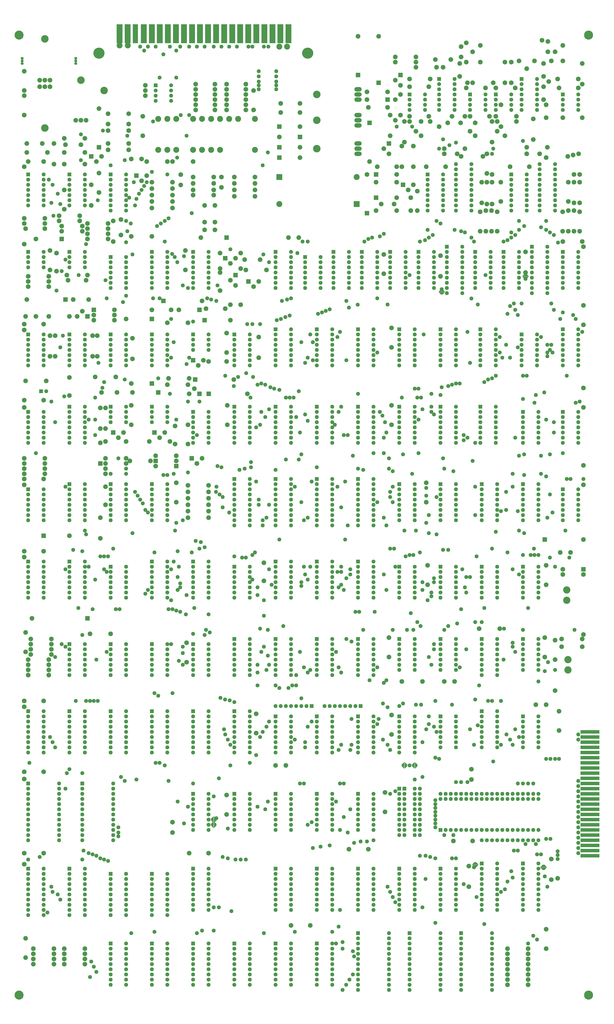
<source format=gts>
G04 #@! TF.GenerationSoftware,KiCad,Pcbnew,(5.1.5)-3*
G04 #@! TF.CreationDate,2021-01-08T05:23:37-07:00*
G04 #@! TF.ProjectId,Asteroids_PCB,41737465-726f-4696-9473-5f5043422e6b,rev?*
G04 #@! TF.SameCoordinates,Original*
G04 #@! TF.FileFunction,Soldermask,Top*
G04 #@! TF.FilePolarity,Negative*
%FSLAX46Y46*%
G04 Gerber Fmt 4.6, Leading zero omitted, Abs format (unit mm)*
G04 Created by KiCad (PCBNEW (5.1.5)-3) date 2021-01-08 05:23:37*
%MOMM*%
%LPD*%
G04 APERTURE LIST*
%ADD10C,2.305000*%
%ADD11R,2.305000X2.305000*%
%ADD12C,1.924000*%
%ADD13R,1.924000X1.924000*%
%ADD14C,3.702000*%
%ADD15C,2.940000*%
%ADD16C,4.464000*%
%ADD17C,1.416000*%
%ADD18C,5.480000*%
%ADD19C,0.100000*%
%ADD20R,2.940000X9.290000*%
%ADD21R,2.635200X9.290000*%
%ADD22C,3.575000*%
%ADD23R,2.940000X2.940000*%
%ADD24O,3.575000X2.178000*%
G04 APERTURE END LIST*
D10*
X48895000Y-479425000D03*
X38735000Y-479425000D03*
X48895000Y-474345000D03*
X38735000Y-474345000D03*
X138430000Y-147955000D03*
D11*
X138430000Y-142875000D03*
D10*
X135890000Y-145415000D03*
X137541000Y-194310000D03*
D11*
X118491000Y-194310000D03*
D10*
X297815000Y-357505000D03*
X297815000Y-367030000D03*
D12*
X254000000Y-56515000D03*
D13*
X254000000Y-53975000D03*
D12*
X254000000Y-59055000D03*
X254000000Y-61595000D03*
X261620000Y-61595000D03*
X261620000Y-59055000D03*
X261620000Y-56515000D03*
X261620000Y-53975000D03*
D14*
X62230000Y-46990000D03*
X73660000Y-52070000D03*
X44450000Y-70485000D03*
D15*
X163830000Y-30480000D03*
X160020000Y-30480000D03*
D12*
X102870000Y-34290000D03*
X154559000Y-30480000D03*
X152400000Y-30480000D03*
X109220000Y-32385000D03*
X93345000Y-32385000D03*
X106045000Y-30480000D03*
D16*
X312420000Y-24765000D03*
X31750000Y-24765000D03*
X312420000Y-497205000D03*
D17*
X59690000Y-38735000D03*
D12*
X287655000Y-398145000D03*
D13*
X239395000Y-415925000D03*
D12*
X241935000Y-415925000D03*
X244475000Y-415925000D03*
X247015000Y-415925000D03*
X249555000Y-415925000D03*
X252095000Y-415925000D03*
X254635000Y-415925000D03*
X257175000Y-415925000D03*
X259715000Y-415925000D03*
X262255000Y-415925000D03*
X264795000Y-415925000D03*
X267335000Y-415925000D03*
X269875000Y-415925000D03*
X272415000Y-415925000D03*
X274955000Y-415925000D03*
X277495000Y-415925000D03*
X280035000Y-415925000D03*
X282575000Y-415925000D03*
X285115000Y-415925000D03*
X287655000Y-415925000D03*
X287655000Y-400685000D03*
X285115000Y-400685000D03*
X282575000Y-400685000D03*
X280035000Y-400685000D03*
X277495000Y-400685000D03*
X274955000Y-400685000D03*
X272415000Y-400685000D03*
X269875000Y-400685000D03*
X267335000Y-400685000D03*
X264795000Y-400685000D03*
X262255000Y-400685000D03*
X259715000Y-400685000D03*
X257175000Y-400685000D03*
X254635000Y-400685000D03*
X252095000Y-400685000D03*
X249555000Y-400685000D03*
X247015000Y-400685000D03*
X244475000Y-400685000D03*
X241935000Y-400685000D03*
X239395000Y-400685000D03*
X198755000Y-447675000D03*
X198755000Y-445135000D03*
X198755000Y-442595000D03*
X198755000Y-440055000D03*
X198755000Y-437515000D03*
D13*
X198755000Y-434975000D03*
D12*
X198755000Y-450215000D03*
X198755000Y-452755000D03*
X198755000Y-455295000D03*
X206375000Y-455295000D03*
X206375000Y-452755000D03*
X206375000Y-450215000D03*
X206375000Y-447675000D03*
X206375000Y-445135000D03*
X206375000Y-442595000D03*
X206375000Y-440055000D03*
X206375000Y-437515000D03*
X206375000Y-434975000D03*
X178435000Y-484505000D03*
X178435000Y-481965000D03*
X178435000Y-479425000D03*
X178435000Y-476885000D03*
X178435000Y-474345000D03*
D13*
X178435000Y-471805000D03*
D12*
X178435000Y-487045000D03*
X178435000Y-489585000D03*
X178435000Y-492125000D03*
X186055000Y-492125000D03*
X186055000Y-489585000D03*
X186055000Y-487045000D03*
X186055000Y-484505000D03*
X186055000Y-481965000D03*
X186055000Y-479425000D03*
X186055000Y-476885000D03*
X186055000Y-474345000D03*
X186055000Y-471805000D03*
X178435000Y-447675000D03*
X178435000Y-445135000D03*
X178435000Y-442595000D03*
X178435000Y-440055000D03*
X178435000Y-437515000D03*
D13*
X178435000Y-434975000D03*
D12*
X178435000Y-450215000D03*
X178435000Y-452755000D03*
X178435000Y-455295000D03*
X186055000Y-455295000D03*
X186055000Y-452755000D03*
X186055000Y-450215000D03*
X186055000Y-447675000D03*
X186055000Y-445135000D03*
X186055000Y-442595000D03*
X186055000Y-440055000D03*
X186055000Y-437515000D03*
X186055000Y-434975000D03*
X158115000Y-484505000D03*
X158115000Y-481965000D03*
X158115000Y-479425000D03*
X158115000Y-476885000D03*
X158115000Y-474345000D03*
D13*
X158115000Y-471805000D03*
D12*
X158115000Y-487045000D03*
X158115000Y-489585000D03*
X158115000Y-492125000D03*
X165735000Y-492125000D03*
X165735000Y-489585000D03*
X165735000Y-487045000D03*
X165735000Y-484505000D03*
X165735000Y-481965000D03*
X165735000Y-479425000D03*
X165735000Y-476885000D03*
X165735000Y-474345000D03*
X165735000Y-471805000D03*
X158115000Y-447675000D03*
X158115000Y-445135000D03*
X158115000Y-442595000D03*
X158115000Y-440055000D03*
X158115000Y-437515000D03*
D13*
X158115000Y-434975000D03*
D12*
X158115000Y-450215000D03*
X158115000Y-452755000D03*
X158115000Y-455295000D03*
X165735000Y-455295000D03*
X165735000Y-452755000D03*
X165735000Y-450215000D03*
X165735000Y-447675000D03*
X165735000Y-445135000D03*
X165735000Y-442595000D03*
X165735000Y-440055000D03*
X165735000Y-437515000D03*
X165735000Y-434975000D03*
X137795000Y-484505000D03*
X137795000Y-481965000D03*
X137795000Y-479425000D03*
X137795000Y-476885000D03*
X137795000Y-474345000D03*
D13*
X137795000Y-471805000D03*
D12*
X137795000Y-487045000D03*
X137795000Y-489585000D03*
X137795000Y-492125000D03*
X145415000Y-492125000D03*
X145415000Y-489585000D03*
X145415000Y-487045000D03*
X145415000Y-484505000D03*
X145415000Y-481965000D03*
X145415000Y-479425000D03*
X145415000Y-476885000D03*
X145415000Y-474345000D03*
X145415000Y-471805000D03*
X117475000Y-484505000D03*
X117475000Y-481965000D03*
X117475000Y-479425000D03*
X117475000Y-476885000D03*
X117475000Y-474345000D03*
D13*
X117475000Y-471805000D03*
D12*
X117475000Y-487045000D03*
X117475000Y-489585000D03*
X117475000Y-492125000D03*
X125095000Y-492125000D03*
X125095000Y-489585000D03*
X125095000Y-487045000D03*
X125095000Y-484505000D03*
X125095000Y-481965000D03*
X125095000Y-479425000D03*
X125095000Y-476885000D03*
X125095000Y-474345000D03*
X125095000Y-471805000D03*
X117475000Y-447675000D03*
X117475000Y-445135000D03*
X117475000Y-442595000D03*
X117475000Y-440055000D03*
X117475000Y-437515000D03*
D13*
X117475000Y-434975000D03*
D12*
X117475000Y-450215000D03*
X117475000Y-452755000D03*
X117475000Y-455295000D03*
X125095000Y-455295000D03*
X125095000Y-452755000D03*
X125095000Y-450215000D03*
X125095000Y-447675000D03*
X125095000Y-445135000D03*
X125095000Y-442595000D03*
X125095000Y-440055000D03*
X125095000Y-437515000D03*
X125095000Y-434975000D03*
X97155000Y-484505000D03*
X97155000Y-481965000D03*
X97155000Y-479425000D03*
X97155000Y-476885000D03*
X97155000Y-474345000D03*
D13*
X97155000Y-471805000D03*
D12*
X97155000Y-487045000D03*
X97155000Y-489585000D03*
X97155000Y-492125000D03*
X104775000Y-492125000D03*
X104775000Y-489585000D03*
X104775000Y-487045000D03*
X104775000Y-484505000D03*
X104775000Y-481965000D03*
X104775000Y-479425000D03*
X104775000Y-476885000D03*
X104775000Y-474345000D03*
X104775000Y-471805000D03*
X97155000Y-450215000D03*
X97155000Y-447675000D03*
X97155000Y-445135000D03*
X97155000Y-442595000D03*
X97155000Y-440055000D03*
D13*
X97155000Y-437515000D03*
D12*
X97155000Y-452755000D03*
X97155000Y-455295000D03*
X97155000Y-457835000D03*
X104775000Y-457835000D03*
X104775000Y-455295000D03*
X104775000Y-452755000D03*
X104775000Y-450215000D03*
X104775000Y-447675000D03*
X104775000Y-445135000D03*
X104775000Y-442595000D03*
X104775000Y-440055000D03*
X104775000Y-437515000D03*
X76835000Y-484505000D03*
X76835000Y-481965000D03*
X76835000Y-479425000D03*
X76835000Y-476885000D03*
X76835000Y-474345000D03*
D13*
X76835000Y-471805000D03*
D12*
X76835000Y-487045000D03*
X76835000Y-489585000D03*
X76835000Y-492125000D03*
X84455000Y-492125000D03*
X84455000Y-489585000D03*
X84455000Y-487045000D03*
X84455000Y-484505000D03*
X84455000Y-481965000D03*
X84455000Y-479425000D03*
X84455000Y-476885000D03*
X84455000Y-474345000D03*
X84455000Y-471805000D03*
X76835000Y-450215000D03*
X76835000Y-447675000D03*
X76835000Y-445135000D03*
X76835000Y-442595000D03*
X76835000Y-440055000D03*
D13*
X76835000Y-437515000D03*
D12*
X76835000Y-452755000D03*
X76835000Y-455295000D03*
X76835000Y-457835000D03*
X84455000Y-457835000D03*
X84455000Y-455295000D03*
X84455000Y-452755000D03*
X84455000Y-450215000D03*
X84455000Y-447675000D03*
X84455000Y-445135000D03*
X84455000Y-442595000D03*
X84455000Y-440055000D03*
X84455000Y-437515000D03*
D13*
X249555000Y-466725000D03*
D12*
X249555000Y-469265000D03*
X249555000Y-471805000D03*
X249555000Y-474345000D03*
X249555000Y-476885000D03*
X249555000Y-479425000D03*
X249555000Y-481965000D03*
X249555000Y-484505000D03*
X249555000Y-487045000D03*
X249555000Y-489585000D03*
X249555000Y-492125000D03*
X249555000Y-494665000D03*
X264795000Y-494665000D03*
X264795000Y-492125000D03*
X264795000Y-489585000D03*
X264795000Y-487045000D03*
X264795000Y-484505000D03*
X264795000Y-481965000D03*
X264795000Y-479425000D03*
X264795000Y-476885000D03*
X264795000Y-474345000D03*
X264795000Y-471805000D03*
X264795000Y-469265000D03*
X264795000Y-466725000D03*
D13*
X224155000Y-466725000D03*
D12*
X224155000Y-469265000D03*
X224155000Y-471805000D03*
X224155000Y-474345000D03*
X224155000Y-476885000D03*
X224155000Y-479425000D03*
X224155000Y-481965000D03*
X224155000Y-484505000D03*
X224155000Y-487045000D03*
X224155000Y-489585000D03*
X224155000Y-492125000D03*
X224155000Y-494665000D03*
X239395000Y-494665000D03*
X239395000Y-492125000D03*
X239395000Y-489585000D03*
X239395000Y-487045000D03*
X239395000Y-484505000D03*
X239395000Y-481965000D03*
X239395000Y-479425000D03*
X239395000Y-476885000D03*
X239395000Y-474345000D03*
X239395000Y-471805000D03*
X239395000Y-469265000D03*
X239395000Y-466725000D03*
D13*
X198755000Y-466725000D03*
D12*
X198755000Y-469265000D03*
X198755000Y-471805000D03*
X198755000Y-474345000D03*
X198755000Y-476885000D03*
X198755000Y-479425000D03*
X198755000Y-481965000D03*
X198755000Y-484505000D03*
X198755000Y-487045000D03*
X198755000Y-489585000D03*
X198755000Y-492125000D03*
X198755000Y-494665000D03*
X213995000Y-494665000D03*
X213995000Y-492125000D03*
X213995000Y-489585000D03*
X213995000Y-487045000D03*
X213995000Y-484505000D03*
X213995000Y-481965000D03*
X213995000Y-479425000D03*
X213995000Y-476885000D03*
X213995000Y-474345000D03*
X213995000Y-471805000D03*
X213995000Y-469265000D03*
X213995000Y-466725000D03*
D13*
X36195000Y-393065000D03*
D12*
X36195000Y-395605000D03*
X36195000Y-398145000D03*
X36195000Y-400685000D03*
X36195000Y-403225000D03*
X36195000Y-405765000D03*
X36195000Y-408305000D03*
X36195000Y-410845000D03*
X36195000Y-413385000D03*
X36195000Y-415925000D03*
X36195000Y-418465000D03*
X36195000Y-421005000D03*
X51435000Y-421005000D03*
X51435000Y-418465000D03*
X51435000Y-415925000D03*
X51435000Y-413385000D03*
X51435000Y-410845000D03*
X51435000Y-408305000D03*
X51435000Y-405765000D03*
X51435000Y-403225000D03*
X51435000Y-400685000D03*
X51435000Y-398145000D03*
X51435000Y-395605000D03*
X51435000Y-393065000D03*
D13*
X56515000Y-434975000D03*
D12*
X56515000Y-437515000D03*
X56515000Y-440055000D03*
X56515000Y-442595000D03*
X56515000Y-445135000D03*
X56515000Y-447675000D03*
X56515000Y-450215000D03*
X56515000Y-452755000D03*
X56515000Y-455295000D03*
X56515000Y-457835000D03*
X64135000Y-457835000D03*
X64135000Y-455295000D03*
X64135000Y-452755000D03*
X64135000Y-450215000D03*
X64135000Y-447675000D03*
X64135000Y-445135000D03*
X64135000Y-442595000D03*
X64135000Y-440055000D03*
X64135000Y-437515000D03*
X64135000Y-434975000D03*
D13*
X36195000Y-434975000D03*
D12*
X36195000Y-437515000D03*
X36195000Y-440055000D03*
X36195000Y-442595000D03*
X36195000Y-445135000D03*
X36195000Y-447675000D03*
X36195000Y-450215000D03*
X36195000Y-452755000D03*
X36195000Y-455295000D03*
X36195000Y-457835000D03*
X43815000Y-457835000D03*
X43815000Y-455295000D03*
X43815000Y-452755000D03*
X43815000Y-450215000D03*
X43815000Y-447675000D03*
X43815000Y-445135000D03*
X43815000Y-442595000D03*
X43815000Y-440055000D03*
X43815000Y-437515000D03*
X43815000Y-434975000D03*
D13*
X280035000Y-432435000D03*
D12*
X280035000Y-434975000D03*
X280035000Y-437515000D03*
X280035000Y-440055000D03*
X280035000Y-442595000D03*
X280035000Y-445135000D03*
X280035000Y-447675000D03*
X280035000Y-450215000D03*
X280035000Y-452755000D03*
X280035000Y-455295000D03*
X287655000Y-455295000D03*
X287655000Y-452755000D03*
X287655000Y-450215000D03*
X287655000Y-447675000D03*
X287655000Y-445135000D03*
X287655000Y-442595000D03*
X287655000Y-440055000D03*
X287655000Y-437515000D03*
X287655000Y-434975000D03*
X287655000Y-432435000D03*
D13*
X259715000Y-432435000D03*
D12*
X259715000Y-434975000D03*
X259715000Y-437515000D03*
X259715000Y-440055000D03*
X259715000Y-442595000D03*
X259715000Y-445135000D03*
X259715000Y-447675000D03*
X259715000Y-450215000D03*
X259715000Y-452755000D03*
X259715000Y-455295000D03*
X267335000Y-455295000D03*
X267335000Y-452755000D03*
X267335000Y-450215000D03*
X267335000Y-447675000D03*
X267335000Y-445135000D03*
X267335000Y-442595000D03*
X267335000Y-440055000D03*
X267335000Y-437515000D03*
X267335000Y-434975000D03*
X267335000Y-432435000D03*
X239395000Y-445135000D03*
X239395000Y-442595000D03*
X239395000Y-440055000D03*
X239395000Y-437515000D03*
D13*
X239395000Y-434975000D03*
D12*
X239395000Y-447675000D03*
X239395000Y-450215000D03*
X239395000Y-452755000D03*
X239395000Y-455295000D03*
X247015000Y-455295000D03*
X247015000Y-452755000D03*
X247015000Y-450215000D03*
X247015000Y-447675000D03*
X247015000Y-445135000D03*
X247015000Y-442595000D03*
X247015000Y-440055000D03*
X247015000Y-437515000D03*
X247015000Y-434975000D03*
X219075000Y-445135000D03*
X219075000Y-442595000D03*
X219075000Y-440055000D03*
X219075000Y-437515000D03*
D13*
X219075000Y-434975000D03*
D12*
X219075000Y-447675000D03*
X219075000Y-450215000D03*
X219075000Y-452755000D03*
X219075000Y-455295000D03*
X226695000Y-455295000D03*
X226695000Y-452755000D03*
X226695000Y-450215000D03*
X226695000Y-447675000D03*
X226695000Y-445135000D03*
X226695000Y-442595000D03*
X226695000Y-440055000D03*
X226695000Y-437515000D03*
X226695000Y-434975000D03*
D13*
X62865000Y-393065000D03*
D12*
X62865000Y-395605000D03*
X62865000Y-398145000D03*
X62865000Y-400685000D03*
X62865000Y-403225000D03*
X62865000Y-405765000D03*
X62865000Y-408305000D03*
X62865000Y-410845000D03*
X62865000Y-413385000D03*
X62865000Y-415925000D03*
X62865000Y-418465000D03*
X62865000Y-421005000D03*
X78105000Y-421005000D03*
X78105000Y-418465000D03*
X78105000Y-415925000D03*
X78105000Y-413385000D03*
X78105000Y-410845000D03*
X78105000Y-408305000D03*
X78105000Y-405765000D03*
X78105000Y-403225000D03*
X78105000Y-400685000D03*
X78105000Y-398145000D03*
X78105000Y-395605000D03*
X78105000Y-393065000D03*
X299720000Y-217805000D03*
X299720000Y-215265000D03*
D13*
X299720000Y-210185000D03*
D12*
X299720000Y-212725000D03*
X299720000Y-220345000D03*
X299720000Y-222885000D03*
X299720000Y-225425000D03*
X307340000Y-225425000D03*
X307340000Y-222885000D03*
X307340000Y-220345000D03*
X307340000Y-217805000D03*
X307340000Y-215265000D03*
X307340000Y-212725000D03*
X307340000Y-210185000D03*
X36195000Y-367665000D03*
X36195000Y-365125000D03*
X36195000Y-362585000D03*
X36195000Y-360045000D03*
D13*
X36195000Y-357505000D03*
D12*
X36195000Y-370205000D03*
X36195000Y-372745000D03*
X36195000Y-375285000D03*
X36195000Y-377825000D03*
X43815000Y-377825000D03*
X43815000Y-375285000D03*
X43815000Y-372745000D03*
X43815000Y-370205000D03*
X43815000Y-367665000D03*
X43815000Y-365125000D03*
X43815000Y-362585000D03*
X43815000Y-360045000D03*
X43815000Y-357505000D03*
X36195000Y-255905000D03*
X36195000Y-253365000D03*
D13*
X36195000Y-248285000D03*
D12*
X36195000Y-250825000D03*
X36195000Y-258445000D03*
X36195000Y-260985000D03*
X36195000Y-263525000D03*
X43815000Y-263525000D03*
X43815000Y-260985000D03*
X43815000Y-258445000D03*
X43815000Y-255905000D03*
X43815000Y-253365000D03*
X43815000Y-250825000D03*
X43815000Y-248285000D03*
X36195000Y-217805000D03*
X36195000Y-215265000D03*
D13*
X36195000Y-210185000D03*
D12*
X36195000Y-212725000D03*
X36195000Y-220345000D03*
X36195000Y-222885000D03*
X36195000Y-225425000D03*
X43815000Y-225425000D03*
X43815000Y-222885000D03*
X43815000Y-220345000D03*
X43815000Y-217805000D03*
X43815000Y-215265000D03*
X43815000Y-212725000D03*
X43815000Y-210185000D03*
X36195000Y-179705000D03*
X36195000Y-177165000D03*
D13*
X36195000Y-172085000D03*
D12*
X36195000Y-174625000D03*
X36195000Y-182245000D03*
X36195000Y-184785000D03*
X36195000Y-187325000D03*
X43815000Y-187325000D03*
X43815000Y-184785000D03*
X43815000Y-182245000D03*
X43815000Y-179705000D03*
X43815000Y-177165000D03*
X43815000Y-174625000D03*
X43815000Y-172085000D03*
X36195000Y-133985000D03*
D13*
X36195000Y-131445000D03*
D12*
X36195000Y-136525000D03*
X36195000Y-139065000D03*
X43815000Y-139065000D03*
X43815000Y-136525000D03*
X43815000Y-133985000D03*
X43815000Y-131445000D03*
X36195000Y-100965000D03*
X36195000Y-98425000D03*
D13*
X36195000Y-93345000D03*
D12*
X36195000Y-95885000D03*
X36195000Y-103505000D03*
X36195000Y-106045000D03*
X36195000Y-108585000D03*
X43815000Y-108585000D03*
X43815000Y-106045000D03*
X43815000Y-103505000D03*
X43815000Y-100965000D03*
X43815000Y-98425000D03*
X43815000Y-95885000D03*
X43815000Y-93345000D03*
D10*
X34925000Y-469265000D03*
X34925000Y-478790000D03*
X291465000Y-464820000D03*
X291465000Y-474345000D03*
X165735000Y-462915000D03*
X175260000Y-462915000D03*
D12*
X56515000Y-367665000D03*
X56515000Y-365125000D03*
X56515000Y-362585000D03*
X56515000Y-360045000D03*
D13*
X56515000Y-357505000D03*
D12*
X56515000Y-370205000D03*
X56515000Y-372745000D03*
X56515000Y-375285000D03*
X56515000Y-377825000D03*
X64135000Y-377825000D03*
X64135000Y-375285000D03*
X64135000Y-372745000D03*
X64135000Y-370205000D03*
X64135000Y-367665000D03*
X64135000Y-365125000D03*
X64135000Y-362585000D03*
X64135000Y-360045000D03*
X64135000Y-357505000D03*
X56515000Y-332105000D03*
X56515000Y-329565000D03*
D13*
X56515000Y-324485000D03*
D12*
X56515000Y-327025000D03*
X56515000Y-334645000D03*
X56515000Y-337185000D03*
X56515000Y-339725000D03*
X64135000Y-339725000D03*
X64135000Y-337185000D03*
X64135000Y-334645000D03*
X64135000Y-332105000D03*
X64135000Y-329565000D03*
X64135000Y-327025000D03*
X64135000Y-324485000D03*
X56515000Y-291465000D03*
X56515000Y-288925000D03*
X56515000Y-286385000D03*
D13*
X56515000Y-283845000D03*
D12*
X56515000Y-294005000D03*
X56515000Y-296545000D03*
X56515000Y-299085000D03*
X56515000Y-301625000D03*
X64135000Y-301625000D03*
X64135000Y-299085000D03*
X64135000Y-296545000D03*
X64135000Y-294005000D03*
X64135000Y-291465000D03*
X64135000Y-288925000D03*
X64135000Y-286385000D03*
X64135000Y-283845000D03*
X56515000Y-253365000D03*
X56515000Y-250825000D03*
X56515000Y-248285000D03*
D13*
X56515000Y-245745000D03*
D12*
X56515000Y-255905000D03*
X56515000Y-258445000D03*
X56515000Y-260985000D03*
X56515000Y-263525000D03*
X64135000Y-263525000D03*
X64135000Y-260985000D03*
X64135000Y-258445000D03*
X64135000Y-255905000D03*
X64135000Y-253365000D03*
X64135000Y-250825000D03*
X64135000Y-248285000D03*
X64135000Y-245745000D03*
X56515000Y-215265000D03*
X56515000Y-212725000D03*
X56515000Y-210185000D03*
D13*
X56515000Y-207645000D03*
D12*
X56515000Y-217805000D03*
X56515000Y-220345000D03*
X56515000Y-222885000D03*
X56515000Y-225425000D03*
X64135000Y-225425000D03*
X64135000Y-222885000D03*
X64135000Y-220345000D03*
X64135000Y-217805000D03*
X64135000Y-215265000D03*
X64135000Y-212725000D03*
X64135000Y-210185000D03*
X64135000Y-207645000D03*
X56515000Y-179705000D03*
X56515000Y-177165000D03*
D13*
X56515000Y-172085000D03*
D12*
X56515000Y-174625000D03*
X56515000Y-182245000D03*
X56515000Y-184785000D03*
X56515000Y-187325000D03*
X64135000Y-187325000D03*
X64135000Y-184785000D03*
X64135000Y-182245000D03*
X64135000Y-179705000D03*
X64135000Y-177165000D03*
X64135000Y-174625000D03*
X64135000Y-172085000D03*
X56515000Y-133985000D03*
D13*
X56515000Y-131445000D03*
D12*
X56515000Y-136525000D03*
X56515000Y-139065000D03*
X64135000Y-139065000D03*
X64135000Y-136525000D03*
X64135000Y-133985000D03*
X64135000Y-131445000D03*
X56515000Y-100965000D03*
X56515000Y-98425000D03*
D13*
X56515000Y-93345000D03*
D12*
X56515000Y-95885000D03*
X56515000Y-103505000D03*
X56515000Y-106045000D03*
X56515000Y-108585000D03*
X64135000Y-108585000D03*
X64135000Y-106045000D03*
X64135000Y-103505000D03*
X64135000Y-100965000D03*
X64135000Y-98425000D03*
X64135000Y-95885000D03*
X64135000Y-93345000D03*
X76835000Y-367665000D03*
X76835000Y-365125000D03*
X76835000Y-362585000D03*
X76835000Y-360045000D03*
D13*
X76835000Y-357505000D03*
D12*
X76835000Y-370205000D03*
X76835000Y-372745000D03*
X76835000Y-375285000D03*
X76835000Y-377825000D03*
X84455000Y-377825000D03*
X84455000Y-375285000D03*
X84455000Y-372745000D03*
X84455000Y-370205000D03*
X84455000Y-367665000D03*
X84455000Y-365125000D03*
X84455000Y-362585000D03*
X84455000Y-360045000D03*
X84455000Y-357505000D03*
X76835000Y-332105000D03*
X76835000Y-329565000D03*
D13*
X76835000Y-324485000D03*
D12*
X76835000Y-327025000D03*
X76835000Y-334645000D03*
X76835000Y-337185000D03*
X76835000Y-339725000D03*
X84455000Y-339725000D03*
X84455000Y-337185000D03*
X84455000Y-334645000D03*
X84455000Y-332105000D03*
X84455000Y-329565000D03*
X84455000Y-327025000D03*
X84455000Y-324485000D03*
X76835000Y-294005000D03*
X76835000Y-291465000D03*
D13*
X76835000Y-286385000D03*
D12*
X76835000Y-288925000D03*
X76835000Y-296545000D03*
X76835000Y-299085000D03*
X76835000Y-301625000D03*
X84455000Y-301625000D03*
X84455000Y-299085000D03*
X84455000Y-296545000D03*
X84455000Y-294005000D03*
X84455000Y-291465000D03*
X84455000Y-288925000D03*
X84455000Y-286385000D03*
X76835000Y-253365000D03*
X76835000Y-250825000D03*
X76835000Y-248285000D03*
D13*
X76835000Y-245745000D03*
D12*
X76835000Y-255905000D03*
X76835000Y-258445000D03*
X76835000Y-260985000D03*
X76835000Y-263525000D03*
X84455000Y-263525000D03*
X84455000Y-260985000D03*
X84455000Y-258445000D03*
X84455000Y-255905000D03*
X84455000Y-253365000D03*
X84455000Y-250825000D03*
X84455000Y-248285000D03*
X84455000Y-245745000D03*
X76835000Y-210185000D03*
D13*
X76835000Y-207645000D03*
D12*
X76835000Y-212725000D03*
X76835000Y-215265000D03*
X84455000Y-215265000D03*
X84455000Y-212725000D03*
X84455000Y-210185000D03*
X84455000Y-207645000D03*
X76835000Y-179705000D03*
X76835000Y-177165000D03*
D13*
X76835000Y-172085000D03*
D12*
X76835000Y-174625000D03*
X76835000Y-182245000D03*
X76835000Y-184785000D03*
X76835000Y-187325000D03*
X84455000Y-187325000D03*
X84455000Y-184785000D03*
X84455000Y-182245000D03*
X84455000Y-179705000D03*
X84455000Y-177165000D03*
X84455000Y-174625000D03*
X84455000Y-172085000D03*
X76835000Y-141605000D03*
X76835000Y-139065000D03*
D13*
X76835000Y-133985000D03*
D12*
X76835000Y-136525000D03*
X76835000Y-144145000D03*
X76835000Y-146685000D03*
X76835000Y-149225000D03*
X84455000Y-149225000D03*
X84455000Y-146685000D03*
X84455000Y-144145000D03*
X84455000Y-141605000D03*
X84455000Y-139065000D03*
X84455000Y-136525000D03*
X84455000Y-133985000D03*
X97155000Y-367665000D03*
X97155000Y-365125000D03*
X97155000Y-362585000D03*
X97155000Y-360045000D03*
D13*
X97155000Y-357505000D03*
D12*
X97155000Y-370205000D03*
X97155000Y-372745000D03*
X97155000Y-375285000D03*
X97155000Y-377825000D03*
X104775000Y-377825000D03*
X104775000Y-375285000D03*
X104775000Y-372745000D03*
X104775000Y-370205000D03*
X104775000Y-367665000D03*
X104775000Y-365125000D03*
X104775000Y-362585000D03*
X104775000Y-360045000D03*
X104775000Y-357505000D03*
X97155000Y-332105000D03*
X97155000Y-329565000D03*
D13*
X97155000Y-324485000D03*
D12*
X97155000Y-327025000D03*
X97155000Y-334645000D03*
X97155000Y-337185000D03*
X97155000Y-339725000D03*
X104775000Y-339725000D03*
X104775000Y-337185000D03*
X104775000Y-334645000D03*
X104775000Y-332105000D03*
X104775000Y-329565000D03*
X104775000Y-327025000D03*
X104775000Y-324485000D03*
X97155000Y-291465000D03*
X97155000Y-288925000D03*
X97155000Y-286385000D03*
D13*
X97155000Y-283845000D03*
D12*
X97155000Y-294005000D03*
X97155000Y-296545000D03*
X97155000Y-299085000D03*
X97155000Y-301625000D03*
X104775000Y-301625000D03*
X104775000Y-299085000D03*
X104775000Y-296545000D03*
X104775000Y-294005000D03*
X104775000Y-291465000D03*
X104775000Y-288925000D03*
X104775000Y-286385000D03*
X104775000Y-283845000D03*
X97155000Y-253365000D03*
X97155000Y-250825000D03*
X97155000Y-248285000D03*
D13*
X97155000Y-245745000D03*
D12*
X97155000Y-255905000D03*
X97155000Y-258445000D03*
X97155000Y-260985000D03*
X97155000Y-263525000D03*
X104775000Y-263525000D03*
X104775000Y-260985000D03*
X104775000Y-258445000D03*
X104775000Y-255905000D03*
X104775000Y-253365000D03*
X104775000Y-250825000D03*
X104775000Y-248285000D03*
X104775000Y-245745000D03*
X97155000Y-210185000D03*
D13*
X97155000Y-207645000D03*
D12*
X97155000Y-212725000D03*
X97155000Y-215265000D03*
X104775000Y-215265000D03*
X104775000Y-212725000D03*
X104775000Y-210185000D03*
X104775000Y-207645000D03*
X97155000Y-179705000D03*
X97155000Y-177165000D03*
D13*
X97155000Y-172085000D03*
D12*
X97155000Y-174625000D03*
X97155000Y-182245000D03*
X97155000Y-184785000D03*
X97155000Y-187325000D03*
X104775000Y-187325000D03*
X104775000Y-184785000D03*
X104775000Y-182245000D03*
X104775000Y-179705000D03*
X104775000Y-177165000D03*
X104775000Y-174625000D03*
X104775000Y-172085000D03*
X97155000Y-139065000D03*
X97155000Y-136525000D03*
X97155000Y-133985000D03*
D13*
X97155000Y-131445000D03*
D12*
X97155000Y-141605000D03*
X97155000Y-144145000D03*
X97155000Y-146685000D03*
X97155000Y-149225000D03*
X104775000Y-149225000D03*
X104775000Y-146685000D03*
X104775000Y-144145000D03*
X104775000Y-141605000D03*
X104775000Y-139065000D03*
X104775000Y-136525000D03*
X104775000Y-133985000D03*
X104775000Y-131445000D03*
X117475000Y-367665000D03*
X117475000Y-365125000D03*
X117475000Y-362585000D03*
X117475000Y-360045000D03*
D13*
X117475000Y-357505000D03*
D12*
X117475000Y-370205000D03*
X117475000Y-372745000D03*
X117475000Y-375285000D03*
X117475000Y-377825000D03*
X125095000Y-377825000D03*
X125095000Y-375285000D03*
X125095000Y-372745000D03*
X125095000Y-370205000D03*
X125095000Y-367665000D03*
X125095000Y-365125000D03*
X125095000Y-362585000D03*
X125095000Y-360045000D03*
X125095000Y-357505000D03*
X117475000Y-332105000D03*
X117475000Y-329565000D03*
D13*
X117475000Y-324485000D03*
D12*
X117475000Y-327025000D03*
X117475000Y-334645000D03*
X117475000Y-337185000D03*
X117475000Y-339725000D03*
X125095000Y-339725000D03*
X125095000Y-337185000D03*
X125095000Y-334645000D03*
X125095000Y-332105000D03*
X125095000Y-329565000D03*
X125095000Y-327025000D03*
X125095000Y-324485000D03*
X117475000Y-291465000D03*
X117475000Y-288925000D03*
X117475000Y-286385000D03*
D13*
X117475000Y-283845000D03*
D12*
X117475000Y-294005000D03*
X117475000Y-296545000D03*
X117475000Y-299085000D03*
X117475000Y-301625000D03*
X125095000Y-301625000D03*
X125095000Y-299085000D03*
X125095000Y-296545000D03*
X125095000Y-294005000D03*
X125095000Y-291465000D03*
X125095000Y-288925000D03*
X125095000Y-286385000D03*
X125095000Y-283845000D03*
X117475000Y-217805000D03*
X117475000Y-215265000D03*
D13*
X117475000Y-210185000D03*
D12*
X117475000Y-212725000D03*
X117475000Y-220345000D03*
X117475000Y-222885000D03*
X117475000Y-225425000D03*
X125095000Y-225425000D03*
X125095000Y-222885000D03*
X125095000Y-220345000D03*
X125095000Y-217805000D03*
X125095000Y-215265000D03*
X125095000Y-212725000D03*
X125095000Y-210185000D03*
X117475000Y-174625000D03*
D13*
X117475000Y-172085000D03*
D12*
X117475000Y-177165000D03*
X117475000Y-179705000D03*
X125095000Y-179705000D03*
X125095000Y-177165000D03*
X125095000Y-174625000D03*
X125095000Y-172085000D03*
X117475000Y-139065000D03*
X117475000Y-136525000D03*
X117475000Y-133985000D03*
D13*
X117475000Y-131445000D03*
D12*
X117475000Y-141605000D03*
X117475000Y-144145000D03*
X117475000Y-146685000D03*
X117475000Y-149225000D03*
X125095000Y-149225000D03*
X125095000Y-146685000D03*
X125095000Y-144145000D03*
X125095000Y-141605000D03*
X125095000Y-139065000D03*
X125095000Y-136525000D03*
X125095000Y-133985000D03*
X125095000Y-131445000D03*
X158115000Y-405765000D03*
X158115000Y-403225000D03*
X158115000Y-400685000D03*
D13*
X158115000Y-398145000D03*
D12*
X158115000Y-408305000D03*
X158115000Y-410845000D03*
X158115000Y-413385000D03*
X158115000Y-415925000D03*
X165735000Y-415925000D03*
X165735000Y-413385000D03*
X165735000Y-410845000D03*
X165735000Y-408305000D03*
X165735000Y-405765000D03*
X165735000Y-403225000D03*
X165735000Y-400685000D03*
X165735000Y-398145000D03*
X158115000Y-367665000D03*
X158115000Y-365125000D03*
X158115000Y-362585000D03*
D13*
X158115000Y-360045000D03*
D12*
X158115000Y-370205000D03*
X158115000Y-372745000D03*
X158115000Y-375285000D03*
X158115000Y-377825000D03*
X165735000Y-377825000D03*
X165735000Y-375285000D03*
X165735000Y-372745000D03*
X165735000Y-370205000D03*
X165735000Y-367665000D03*
X165735000Y-365125000D03*
X165735000Y-362585000D03*
X165735000Y-360045000D03*
X158115000Y-329565000D03*
X158115000Y-327025000D03*
X158115000Y-324485000D03*
D13*
X158115000Y-321945000D03*
D12*
X158115000Y-332105000D03*
X158115000Y-334645000D03*
X158115000Y-337185000D03*
X158115000Y-339725000D03*
X165735000Y-339725000D03*
X165735000Y-337185000D03*
X165735000Y-334645000D03*
X165735000Y-332105000D03*
X165735000Y-329565000D03*
X165735000Y-327025000D03*
X165735000Y-324485000D03*
X165735000Y-321945000D03*
X158115000Y-291465000D03*
X158115000Y-288925000D03*
X158115000Y-286385000D03*
D13*
X158115000Y-283845000D03*
D12*
X158115000Y-294005000D03*
X158115000Y-296545000D03*
X158115000Y-299085000D03*
X158115000Y-301625000D03*
X165735000Y-301625000D03*
X165735000Y-299085000D03*
X165735000Y-296545000D03*
X165735000Y-294005000D03*
X165735000Y-291465000D03*
X165735000Y-288925000D03*
X165735000Y-286385000D03*
X165735000Y-283845000D03*
D13*
X158115000Y-243205000D03*
D12*
X158115000Y-245745000D03*
X158115000Y-248285000D03*
X158115000Y-250825000D03*
X158115000Y-253365000D03*
X158115000Y-255905000D03*
X158115000Y-258445000D03*
X158115000Y-260985000D03*
X158115000Y-263525000D03*
X158115000Y-266065000D03*
X165735000Y-266065000D03*
X165735000Y-263525000D03*
X165735000Y-260985000D03*
X165735000Y-258445000D03*
X165735000Y-255905000D03*
X165735000Y-253365000D03*
X165735000Y-250825000D03*
X165735000Y-248285000D03*
X165735000Y-245745000D03*
X165735000Y-243205000D03*
X158115000Y-215265000D03*
X158115000Y-212725000D03*
X158115000Y-210185000D03*
D13*
X158115000Y-207645000D03*
D12*
X158115000Y-217805000D03*
X158115000Y-220345000D03*
X158115000Y-222885000D03*
X158115000Y-225425000D03*
X165735000Y-225425000D03*
X165735000Y-222885000D03*
X165735000Y-220345000D03*
X165735000Y-217805000D03*
X165735000Y-215265000D03*
X165735000Y-212725000D03*
X165735000Y-210185000D03*
X165735000Y-207645000D03*
X158115000Y-177165000D03*
X158115000Y-174625000D03*
X158115000Y-172085000D03*
D13*
X158115000Y-169545000D03*
D12*
X158115000Y-179705000D03*
X158115000Y-182245000D03*
X158115000Y-184785000D03*
X158115000Y-187325000D03*
X165735000Y-187325000D03*
X165735000Y-184785000D03*
X165735000Y-182245000D03*
X165735000Y-179705000D03*
X165735000Y-177165000D03*
X165735000Y-174625000D03*
X165735000Y-172085000D03*
X165735000Y-169545000D03*
X158115000Y-139065000D03*
X158115000Y-136525000D03*
X158115000Y-133985000D03*
D13*
X158115000Y-131445000D03*
D12*
X158115000Y-141605000D03*
X158115000Y-144145000D03*
X158115000Y-146685000D03*
X158115000Y-149225000D03*
X165735000Y-149225000D03*
X165735000Y-146685000D03*
X165735000Y-144145000D03*
X165735000Y-141605000D03*
X165735000Y-139065000D03*
X165735000Y-136525000D03*
X165735000Y-133985000D03*
X165735000Y-131445000D03*
X137795000Y-405765000D03*
X137795000Y-403225000D03*
X137795000Y-400685000D03*
D13*
X137795000Y-398145000D03*
D12*
X137795000Y-408305000D03*
X137795000Y-410845000D03*
X137795000Y-413385000D03*
X137795000Y-415925000D03*
X145415000Y-415925000D03*
X145415000Y-413385000D03*
X145415000Y-410845000D03*
X145415000Y-408305000D03*
X145415000Y-405765000D03*
X145415000Y-403225000D03*
X145415000Y-400685000D03*
X145415000Y-398145000D03*
X137795000Y-367665000D03*
X137795000Y-365125000D03*
X137795000Y-362585000D03*
X137795000Y-360045000D03*
D13*
X137795000Y-357505000D03*
D12*
X137795000Y-370205000D03*
X137795000Y-372745000D03*
X137795000Y-375285000D03*
X137795000Y-377825000D03*
X145415000Y-377825000D03*
X145415000Y-375285000D03*
X145415000Y-372745000D03*
X145415000Y-370205000D03*
X145415000Y-367665000D03*
X145415000Y-365125000D03*
X145415000Y-362585000D03*
X145415000Y-360045000D03*
X145415000Y-357505000D03*
X137795000Y-329565000D03*
X137795000Y-327025000D03*
X137795000Y-324485000D03*
D13*
X137795000Y-321945000D03*
D12*
X137795000Y-332105000D03*
X137795000Y-334645000D03*
X137795000Y-337185000D03*
X137795000Y-339725000D03*
X145415000Y-339725000D03*
X145415000Y-337185000D03*
X145415000Y-334645000D03*
X145415000Y-332105000D03*
X145415000Y-329565000D03*
X145415000Y-327025000D03*
X145415000Y-324485000D03*
X145415000Y-321945000D03*
X137795000Y-294005000D03*
X137795000Y-291465000D03*
D13*
X137795000Y-286385000D03*
D12*
X137795000Y-288925000D03*
X137795000Y-296545000D03*
X137795000Y-299085000D03*
X137795000Y-301625000D03*
X145415000Y-301625000D03*
X145415000Y-299085000D03*
X145415000Y-296545000D03*
X145415000Y-294005000D03*
X145415000Y-291465000D03*
X145415000Y-288925000D03*
X145415000Y-286385000D03*
D13*
X137795000Y-243205000D03*
D12*
X137795000Y-245745000D03*
X137795000Y-248285000D03*
X137795000Y-250825000D03*
X137795000Y-253365000D03*
X137795000Y-255905000D03*
X137795000Y-258445000D03*
X137795000Y-260985000D03*
X137795000Y-263525000D03*
X137795000Y-266065000D03*
X145415000Y-266065000D03*
X145415000Y-263525000D03*
X145415000Y-260985000D03*
X145415000Y-258445000D03*
X145415000Y-255905000D03*
X145415000Y-253365000D03*
X145415000Y-250825000D03*
X145415000Y-248285000D03*
X145415000Y-245745000D03*
X145415000Y-243205000D03*
X137795000Y-215265000D03*
X137795000Y-212725000D03*
X137795000Y-210185000D03*
D13*
X137795000Y-207645000D03*
D12*
X137795000Y-217805000D03*
X137795000Y-220345000D03*
X137795000Y-222885000D03*
X137795000Y-225425000D03*
X145415000Y-225425000D03*
X145415000Y-222885000D03*
X145415000Y-220345000D03*
X145415000Y-217805000D03*
X145415000Y-215265000D03*
X145415000Y-212725000D03*
X145415000Y-210185000D03*
X145415000Y-207645000D03*
X137795000Y-179705000D03*
X137795000Y-177165000D03*
D13*
X137795000Y-172085000D03*
D12*
X137795000Y-174625000D03*
X137795000Y-182245000D03*
X137795000Y-184785000D03*
X137795000Y-187325000D03*
X145415000Y-187325000D03*
X145415000Y-184785000D03*
X145415000Y-182245000D03*
X145415000Y-179705000D03*
X145415000Y-177165000D03*
X145415000Y-174625000D03*
X145415000Y-172085000D03*
D13*
X219075000Y-395605000D03*
D12*
X219075000Y-398145000D03*
X219075000Y-400685000D03*
X219075000Y-403225000D03*
X219075000Y-405765000D03*
X219075000Y-408305000D03*
X219075000Y-410845000D03*
X219075000Y-413385000D03*
X219075000Y-415925000D03*
X219075000Y-418465000D03*
X226695000Y-418465000D03*
X226695000Y-415925000D03*
X226695000Y-413385000D03*
X226695000Y-410845000D03*
X226695000Y-408305000D03*
X226695000Y-405765000D03*
X226695000Y-403225000D03*
X226695000Y-400685000D03*
X226695000Y-398145000D03*
X226695000Y-395605000D03*
X178435000Y-405765000D03*
X178435000Y-403225000D03*
X178435000Y-400685000D03*
D13*
X178435000Y-398145000D03*
D12*
X178435000Y-408305000D03*
X178435000Y-410845000D03*
X178435000Y-413385000D03*
X178435000Y-415925000D03*
X186055000Y-415925000D03*
X186055000Y-413385000D03*
X186055000Y-410845000D03*
X186055000Y-408305000D03*
X186055000Y-405765000D03*
X186055000Y-403225000D03*
X186055000Y-400685000D03*
X186055000Y-398145000D03*
X280035000Y-367665000D03*
X280035000Y-365125000D03*
D13*
X280035000Y-360045000D03*
D12*
X280035000Y-362585000D03*
X280035000Y-370205000D03*
X280035000Y-372745000D03*
X280035000Y-375285000D03*
X287655000Y-375285000D03*
X287655000Y-372745000D03*
X287655000Y-370205000D03*
X287655000Y-367665000D03*
X287655000Y-365125000D03*
X287655000Y-362585000D03*
X287655000Y-360045000D03*
X259715000Y-365125000D03*
X259715000Y-362585000D03*
X259715000Y-360045000D03*
D13*
X259715000Y-357505000D03*
D12*
X259715000Y-367665000D03*
X259715000Y-370205000D03*
X259715000Y-372745000D03*
X259715000Y-375285000D03*
X267335000Y-375285000D03*
X267335000Y-372745000D03*
X267335000Y-370205000D03*
X267335000Y-367665000D03*
X267335000Y-365125000D03*
X267335000Y-362585000D03*
X267335000Y-360045000D03*
X267335000Y-357505000D03*
X239395000Y-367665000D03*
X239395000Y-365125000D03*
D13*
X239395000Y-360045000D03*
D12*
X239395000Y-362585000D03*
X239395000Y-370205000D03*
X239395000Y-372745000D03*
X239395000Y-375285000D03*
X247015000Y-375285000D03*
X247015000Y-372745000D03*
X247015000Y-370205000D03*
X247015000Y-367665000D03*
X247015000Y-365125000D03*
X247015000Y-362585000D03*
X247015000Y-360045000D03*
X198755000Y-367665000D03*
X198755000Y-365125000D03*
X198755000Y-362585000D03*
D13*
X198755000Y-360045000D03*
D12*
X198755000Y-370205000D03*
X198755000Y-372745000D03*
X198755000Y-375285000D03*
X198755000Y-377825000D03*
X206375000Y-377825000D03*
X206375000Y-375285000D03*
X206375000Y-372745000D03*
X206375000Y-370205000D03*
X206375000Y-367665000D03*
X206375000Y-365125000D03*
X206375000Y-362585000D03*
X206375000Y-360045000D03*
X198755000Y-329565000D03*
X198755000Y-327025000D03*
X198755000Y-324485000D03*
D13*
X198755000Y-321945000D03*
D12*
X198755000Y-332105000D03*
X198755000Y-334645000D03*
X198755000Y-337185000D03*
X198755000Y-339725000D03*
X206375000Y-339725000D03*
X206375000Y-337185000D03*
X206375000Y-334645000D03*
X206375000Y-332105000D03*
X206375000Y-329565000D03*
X206375000Y-327025000D03*
X206375000Y-324485000D03*
X206375000Y-321945000D03*
X178435000Y-367665000D03*
X178435000Y-365125000D03*
X178435000Y-362585000D03*
D13*
X178435000Y-360045000D03*
D12*
X178435000Y-370205000D03*
X178435000Y-372745000D03*
X178435000Y-375285000D03*
X178435000Y-377825000D03*
X186055000Y-377825000D03*
X186055000Y-375285000D03*
X186055000Y-372745000D03*
X186055000Y-370205000D03*
X186055000Y-367665000D03*
X186055000Y-365125000D03*
X186055000Y-362585000D03*
X186055000Y-360045000D03*
X219075000Y-367665000D03*
X219075000Y-365125000D03*
X219075000Y-362585000D03*
D13*
X219075000Y-360045000D03*
D12*
X219075000Y-370205000D03*
X219075000Y-372745000D03*
X219075000Y-375285000D03*
X219075000Y-377825000D03*
X226695000Y-377825000D03*
X226695000Y-375285000D03*
X226695000Y-372745000D03*
X226695000Y-370205000D03*
X226695000Y-367665000D03*
X226695000Y-365125000D03*
X226695000Y-362585000D03*
X226695000Y-360045000D03*
X178435000Y-329565000D03*
X178435000Y-327025000D03*
X178435000Y-324485000D03*
D13*
X178435000Y-321945000D03*
D12*
X178435000Y-332105000D03*
X178435000Y-334645000D03*
X178435000Y-337185000D03*
X178435000Y-339725000D03*
X186055000Y-339725000D03*
X186055000Y-337185000D03*
X186055000Y-334645000D03*
X186055000Y-332105000D03*
X186055000Y-329565000D03*
X186055000Y-327025000D03*
X186055000Y-324485000D03*
X186055000Y-321945000D03*
X186690000Y-139065000D03*
X186690000Y-136525000D03*
X186690000Y-133985000D03*
D13*
X186690000Y-131445000D03*
D12*
X186690000Y-141605000D03*
X186690000Y-144145000D03*
X186690000Y-146685000D03*
X186690000Y-149225000D03*
X194310000Y-149225000D03*
X194310000Y-146685000D03*
X194310000Y-144145000D03*
X194310000Y-141605000D03*
X194310000Y-139065000D03*
X194310000Y-136525000D03*
X194310000Y-133985000D03*
X194310000Y-131445000D03*
X198755000Y-291465000D03*
X198755000Y-288925000D03*
X198755000Y-286385000D03*
D13*
X198755000Y-283845000D03*
D12*
X198755000Y-294005000D03*
X198755000Y-296545000D03*
X198755000Y-299085000D03*
X198755000Y-301625000D03*
X206375000Y-301625000D03*
X206375000Y-299085000D03*
X206375000Y-296545000D03*
X206375000Y-294005000D03*
X206375000Y-291465000D03*
X206375000Y-288925000D03*
X206375000Y-286385000D03*
X206375000Y-283845000D03*
D13*
X198755000Y-243205000D03*
D12*
X198755000Y-245745000D03*
X198755000Y-248285000D03*
X198755000Y-250825000D03*
X198755000Y-253365000D03*
X198755000Y-255905000D03*
X198755000Y-258445000D03*
X198755000Y-260985000D03*
X198755000Y-263525000D03*
X198755000Y-266065000D03*
X206375000Y-266065000D03*
X206375000Y-263525000D03*
X206375000Y-260985000D03*
X206375000Y-258445000D03*
X206375000Y-255905000D03*
X206375000Y-253365000D03*
X206375000Y-250825000D03*
X206375000Y-248285000D03*
X206375000Y-245745000D03*
X206375000Y-243205000D03*
X198755000Y-215265000D03*
X198755000Y-212725000D03*
X198755000Y-210185000D03*
D13*
X198755000Y-207645000D03*
D12*
X198755000Y-217805000D03*
X198755000Y-220345000D03*
X198755000Y-222885000D03*
X198755000Y-225425000D03*
X206375000Y-225425000D03*
X206375000Y-222885000D03*
X206375000Y-220345000D03*
X206375000Y-217805000D03*
X206375000Y-215265000D03*
X206375000Y-212725000D03*
X206375000Y-210185000D03*
X206375000Y-207645000D03*
X198755000Y-177165000D03*
X198755000Y-174625000D03*
X198755000Y-172085000D03*
D13*
X198755000Y-169545000D03*
D12*
X198755000Y-179705000D03*
X198755000Y-182245000D03*
X198755000Y-184785000D03*
X198755000Y-187325000D03*
X206375000Y-187325000D03*
X206375000Y-184785000D03*
X206375000Y-182245000D03*
X206375000Y-179705000D03*
X206375000Y-177165000D03*
X206375000Y-174625000D03*
X206375000Y-172085000D03*
X206375000Y-169545000D03*
X200660000Y-139065000D03*
X200660000Y-136525000D03*
X200660000Y-133985000D03*
D13*
X200660000Y-131445000D03*
D12*
X200660000Y-141605000D03*
X200660000Y-144145000D03*
X200660000Y-146685000D03*
X200660000Y-149225000D03*
X208280000Y-149225000D03*
X208280000Y-146685000D03*
X208280000Y-144145000D03*
X208280000Y-141605000D03*
X208280000Y-139065000D03*
X208280000Y-136525000D03*
X208280000Y-133985000D03*
X208280000Y-131445000D03*
X178435000Y-291465000D03*
X178435000Y-288925000D03*
X178435000Y-286385000D03*
D13*
X178435000Y-283845000D03*
D12*
X178435000Y-294005000D03*
X178435000Y-296545000D03*
X178435000Y-299085000D03*
X178435000Y-301625000D03*
X186055000Y-301625000D03*
X186055000Y-299085000D03*
X186055000Y-296545000D03*
X186055000Y-294005000D03*
X186055000Y-291465000D03*
X186055000Y-288925000D03*
X186055000Y-286385000D03*
X186055000Y-283845000D03*
D13*
X178435000Y-243205000D03*
D12*
X178435000Y-245745000D03*
X178435000Y-248285000D03*
X178435000Y-250825000D03*
X178435000Y-253365000D03*
X178435000Y-255905000D03*
X178435000Y-258445000D03*
X178435000Y-260985000D03*
X178435000Y-263525000D03*
X178435000Y-266065000D03*
X186055000Y-266065000D03*
X186055000Y-263525000D03*
X186055000Y-260985000D03*
X186055000Y-258445000D03*
X186055000Y-255905000D03*
X186055000Y-253365000D03*
X186055000Y-250825000D03*
X186055000Y-248285000D03*
X186055000Y-245745000D03*
X186055000Y-243205000D03*
X178435000Y-215265000D03*
X178435000Y-212725000D03*
X178435000Y-210185000D03*
D13*
X178435000Y-207645000D03*
D12*
X178435000Y-217805000D03*
X178435000Y-220345000D03*
X178435000Y-222885000D03*
X178435000Y-225425000D03*
X186055000Y-225425000D03*
X186055000Y-222885000D03*
X186055000Y-220345000D03*
X186055000Y-217805000D03*
X186055000Y-215265000D03*
X186055000Y-212725000D03*
X186055000Y-210185000D03*
X186055000Y-207645000D03*
X178435000Y-177165000D03*
X178435000Y-174625000D03*
X178435000Y-172085000D03*
D13*
X178435000Y-169545000D03*
D12*
X178435000Y-179705000D03*
X178435000Y-182245000D03*
X178435000Y-184785000D03*
X178435000Y-187325000D03*
X186055000Y-187325000D03*
X186055000Y-184785000D03*
X186055000Y-182245000D03*
X186055000Y-179705000D03*
X186055000Y-177165000D03*
X186055000Y-174625000D03*
X186055000Y-172085000D03*
X186055000Y-169545000D03*
X172720000Y-141605000D03*
X172720000Y-139065000D03*
D13*
X172720000Y-133985000D03*
D12*
X172720000Y-136525000D03*
X172720000Y-144145000D03*
X172720000Y-146685000D03*
X172720000Y-149225000D03*
X180340000Y-149225000D03*
X180340000Y-146685000D03*
X180340000Y-144145000D03*
X180340000Y-141605000D03*
X180340000Y-139065000D03*
X180340000Y-136525000D03*
X180340000Y-133985000D03*
X299720000Y-139065000D03*
X299720000Y-136525000D03*
X299720000Y-133985000D03*
D13*
X299720000Y-131445000D03*
D12*
X299720000Y-141605000D03*
X299720000Y-144145000D03*
X299720000Y-146685000D03*
X299720000Y-149225000D03*
X307340000Y-149225000D03*
X307340000Y-146685000D03*
X307340000Y-144145000D03*
X307340000Y-141605000D03*
X307340000Y-139065000D03*
X307340000Y-136525000D03*
X307340000Y-133985000D03*
X307340000Y-131445000D03*
X270510000Y-139065000D03*
X270510000Y-136525000D03*
X270510000Y-133985000D03*
D13*
X270510000Y-131445000D03*
D12*
X270510000Y-141605000D03*
X270510000Y-144145000D03*
X270510000Y-146685000D03*
X270510000Y-149225000D03*
X278130000Y-149225000D03*
X278130000Y-146685000D03*
X278130000Y-144145000D03*
X278130000Y-141605000D03*
X278130000Y-139065000D03*
X278130000Y-136525000D03*
X278130000Y-133985000D03*
X278130000Y-131445000D03*
D13*
X284480000Y-128905000D03*
D12*
X284480000Y-131445000D03*
X284480000Y-133985000D03*
X284480000Y-136525000D03*
X284480000Y-139065000D03*
X284480000Y-141605000D03*
X284480000Y-144145000D03*
X284480000Y-146685000D03*
X284480000Y-149225000D03*
X284480000Y-151765000D03*
X292100000Y-151765000D03*
X292100000Y-149225000D03*
X292100000Y-146685000D03*
X292100000Y-144145000D03*
X292100000Y-141605000D03*
X292100000Y-139065000D03*
X292100000Y-136525000D03*
X292100000Y-133985000D03*
X292100000Y-131445000D03*
X292100000Y-128905000D03*
X256540000Y-139065000D03*
X256540000Y-136525000D03*
X256540000Y-133985000D03*
D13*
X256540000Y-131445000D03*
D12*
X256540000Y-141605000D03*
X256540000Y-144145000D03*
X256540000Y-146685000D03*
X256540000Y-149225000D03*
X264160000Y-149225000D03*
X264160000Y-146685000D03*
X264160000Y-144145000D03*
X264160000Y-141605000D03*
X264160000Y-139065000D03*
X264160000Y-136525000D03*
X264160000Y-133985000D03*
X264160000Y-131445000D03*
X228600000Y-139065000D03*
X228600000Y-136525000D03*
X228600000Y-133985000D03*
D13*
X228600000Y-131445000D03*
D12*
X228600000Y-141605000D03*
X228600000Y-144145000D03*
X228600000Y-146685000D03*
X228600000Y-149225000D03*
X236220000Y-149225000D03*
X236220000Y-146685000D03*
X236220000Y-144145000D03*
X236220000Y-141605000D03*
X236220000Y-139065000D03*
X236220000Y-136525000D03*
X236220000Y-133985000D03*
X236220000Y-131445000D03*
D13*
X242570000Y-128905000D03*
D12*
X242570000Y-131445000D03*
X242570000Y-133985000D03*
X242570000Y-136525000D03*
X242570000Y-139065000D03*
X242570000Y-141605000D03*
X242570000Y-144145000D03*
X242570000Y-146685000D03*
X242570000Y-149225000D03*
X242570000Y-151765000D03*
X250190000Y-151765000D03*
X250190000Y-149225000D03*
X250190000Y-146685000D03*
X250190000Y-144145000D03*
X250190000Y-141605000D03*
X250190000Y-139065000D03*
X250190000Y-136525000D03*
X250190000Y-133985000D03*
X250190000Y-131445000D03*
X250190000Y-128905000D03*
X214630000Y-139065000D03*
X214630000Y-136525000D03*
X214630000Y-133985000D03*
D13*
X214630000Y-131445000D03*
D12*
X214630000Y-141605000D03*
X214630000Y-144145000D03*
X214630000Y-146685000D03*
X214630000Y-149225000D03*
X222250000Y-149225000D03*
X222250000Y-146685000D03*
X222250000Y-144145000D03*
X222250000Y-141605000D03*
X222250000Y-139065000D03*
X222250000Y-136525000D03*
X222250000Y-133985000D03*
X222250000Y-131445000D03*
X299720000Y-177165000D03*
X299720000Y-174625000D03*
X299720000Y-172085000D03*
D13*
X299720000Y-169545000D03*
D12*
X299720000Y-179705000D03*
X299720000Y-182245000D03*
X299720000Y-184785000D03*
X299720000Y-187325000D03*
X307340000Y-187325000D03*
X307340000Y-184785000D03*
X307340000Y-182245000D03*
X307340000Y-179705000D03*
X307340000Y-177165000D03*
X307340000Y-174625000D03*
X307340000Y-172085000D03*
X307340000Y-169545000D03*
X279400000Y-179705000D03*
X279400000Y-177165000D03*
D13*
X279400000Y-172085000D03*
D12*
X279400000Y-174625000D03*
X279400000Y-182245000D03*
X279400000Y-184785000D03*
X279400000Y-187325000D03*
X287020000Y-187325000D03*
X287020000Y-184785000D03*
X287020000Y-182245000D03*
X287020000Y-179705000D03*
X287020000Y-177165000D03*
X287020000Y-174625000D03*
X287020000Y-172085000D03*
X259080000Y-177165000D03*
X259080000Y-174625000D03*
X259080000Y-172085000D03*
D13*
X259080000Y-169545000D03*
D12*
X259080000Y-179705000D03*
X259080000Y-182245000D03*
X259080000Y-184785000D03*
X259080000Y-187325000D03*
X266700000Y-187325000D03*
X266700000Y-184785000D03*
X266700000Y-182245000D03*
X266700000Y-179705000D03*
X266700000Y-177165000D03*
X266700000Y-174625000D03*
X266700000Y-172085000D03*
X266700000Y-169545000D03*
X239395000Y-177165000D03*
X239395000Y-174625000D03*
X239395000Y-172085000D03*
D13*
X239395000Y-169545000D03*
D12*
X239395000Y-179705000D03*
X239395000Y-182245000D03*
X239395000Y-184785000D03*
X239395000Y-187325000D03*
X247015000Y-187325000D03*
X247015000Y-184785000D03*
X247015000Y-182245000D03*
X247015000Y-179705000D03*
X247015000Y-177165000D03*
X247015000Y-174625000D03*
X247015000Y-172085000D03*
X247015000Y-169545000D03*
X219075000Y-177165000D03*
X219075000Y-174625000D03*
X219075000Y-172085000D03*
D13*
X219075000Y-169545000D03*
D12*
X219075000Y-179705000D03*
X219075000Y-182245000D03*
X219075000Y-184785000D03*
X219075000Y-187325000D03*
X226695000Y-187325000D03*
X226695000Y-184785000D03*
X226695000Y-182245000D03*
X226695000Y-179705000D03*
X226695000Y-177165000D03*
X226695000Y-174625000D03*
X226695000Y-172085000D03*
X226695000Y-169545000D03*
X280035000Y-329565000D03*
X280035000Y-327025000D03*
D13*
X280035000Y-321945000D03*
D12*
X280035000Y-324485000D03*
X280035000Y-332105000D03*
X280035000Y-334645000D03*
X280035000Y-337185000D03*
X287655000Y-337185000D03*
X287655000Y-334645000D03*
X287655000Y-332105000D03*
X287655000Y-329565000D03*
X287655000Y-327025000D03*
X287655000Y-324485000D03*
X287655000Y-321945000D03*
X280035000Y-294005000D03*
X280035000Y-291465000D03*
D13*
X280035000Y-286385000D03*
D12*
X280035000Y-288925000D03*
X280035000Y-296545000D03*
X280035000Y-299085000D03*
X280035000Y-301625000D03*
X287655000Y-301625000D03*
X287655000Y-299085000D03*
X287655000Y-296545000D03*
X287655000Y-294005000D03*
X287655000Y-291465000D03*
X287655000Y-288925000D03*
X287655000Y-286385000D03*
X280035000Y-253365000D03*
X280035000Y-250825000D03*
X280035000Y-248285000D03*
D13*
X280035000Y-245745000D03*
D12*
X280035000Y-255905000D03*
X280035000Y-258445000D03*
X280035000Y-260985000D03*
X280035000Y-263525000D03*
X287655000Y-263525000D03*
X287655000Y-260985000D03*
X287655000Y-258445000D03*
X287655000Y-255905000D03*
X287655000Y-253365000D03*
X287655000Y-250825000D03*
X287655000Y-248285000D03*
X287655000Y-245745000D03*
X280035000Y-217805000D03*
X280035000Y-215265000D03*
D13*
X280035000Y-210185000D03*
D12*
X280035000Y-212725000D03*
X280035000Y-220345000D03*
X280035000Y-222885000D03*
X280035000Y-225425000D03*
X287655000Y-225425000D03*
X287655000Y-222885000D03*
X287655000Y-220345000D03*
X287655000Y-217805000D03*
X287655000Y-215265000D03*
X287655000Y-212725000D03*
X287655000Y-210185000D03*
X239395000Y-329565000D03*
X239395000Y-327025000D03*
D13*
X239395000Y-321945000D03*
D12*
X239395000Y-324485000D03*
X239395000Y-332105000D03*
X239395000Y-334645000D03*
X239395000Y-337185000D03*
X247015000Y-337185000D03*
X247015000Y-334645000D03*
X247015000Y-332105000D03*
X247015000Y-329565000D03*
X247015000Y-327025000D03*
X247015000Y-324485000D03*
X247015000Y-321945000D03*
X239395000Y-294005000D03*
X239395000Y-291465000D03*
D13*
X239395000Y-286385000D03*
D12*
X239395000Y-288925000D03*
X239395000Y-296545000D03*
X239395000Y-299085000D03*
X239395000Y-301625000D03*
X247015000Y-301625000D03*
X247015000Y-299085000D03*
X247015000Y-296545000D03*
X247015000Y-294005000D03*
X247015000Y-291465000D03*
X247015000Y-288925000D03*
X247015000Y-286385000D03*
X239395000Y-253365000D03*
X239395000Y-250825000D03*
X239395000Y-248285000D03*
D13*
X239395000Y-245745000D03*
D12*
X239395000Y-255905000D03*
X239395000Y-258445000D03*
X239395000Y-260985000D03*
X239395000Y-263525000D03*
X247015000Y-263525000D03*
X247015000Y-260985000D03*
X247015000Y-258445000D03*
X247015000Y-255905000D03*
X247015000Y-253365000D03*
X247015000Y-250825000D03*
X247015000Y-248285000D03*
X247015000Y-245745000D03*
X239395000Y-215265000D03*
X239395000Y-212725000D03*
X239395000Y-210185000D03*
D13*
X239395000Y-207645000D03*
D12*
X239395000Y-217805000D03*
X239395000Y-220345000D03*
X239395000Y-222885000D03*
X239395000Y-225425000D03*
X247015000Y-225425000D03*
X247015000Y-222885000D03*
X247015000Y-220345000D03*
X247015000Y-217805000D03*
X247015000Y-215265000D03*
X247015000Y-212725000D03*
X247015000Y-210185000D03*
X247015000Y-207645000D03*
X219075000Y-329565000D03*
X219075000Y-327025000D03*
D13*
X219075000Y-321945000D03*
D12*
X219075000Y-324485000D03*
X219075000Y-332105000D03*
X219075000Y-334645000D03*
X219075000Y-337185000D03*
X226695000Y-337185000D03*
X226695000Y-334645000D03*
X226695000Y-332105000D03*
X226695000Y-329565000D03*
X226695000Y-327025000D03*
X226695000Y-324485000D03*
X226695000Y-321945000D03*
X219075000Y-294005000D03*
X219075000Y-291465000D03*
D13*
X219075000Y-286385000D03*
D12*
X219075000Y-288925000D03*
X219075000Y-296545000D03*
X219075000Y-299085000D03*
X219075000Y-301625000D03*
X226695000Y-301625000D03*
X226695000Y-299085000D03*
X226695000Y-296545000D03*
X226695000Y-294005000D03*
X226695000Y-291465000D03*
X226695000Y-288925000D03*
X226695000Y-286385000D03*
X219075000Y-253365000D03*
X219075000Y-250825000D03*
X219075000Y-248285000D03*
D13*
X219075000Y-245745000D03*
D12*
X219075000Y-255905000D03*
X219075000Y-258445000D03*
X219075000Y-260985000D03*
X219075000Y-263525000D03*
X226695000Y-263525000D03*
X226695000Y-260985000D03*
X226695000Y-258445000D03*
X226695000Y-255905000D03*
X226695000Y-253365000D03*
X226695000Y-250825000D03*
X226695000Y-248285000D03*
X226695000Y-245745000D03*
X219075000Y-215265000D03*
X219075000Y-212725000D03*
X219075000Y-210185000D03*
D13*
X219075000Y-207645000D03*
D12*
X219075000Y-217805000D03*
X219075000Y-220345000D03*
X219075000Y-222885000D03*
X219075000Y-225425000D03*
X226695000Y-225425000D03*
X226695000Y-222885000D03*
X226695000Y-220345000D03*
X226695000Y-217805000D03*
X226695000Y-215265000D03*
X226695000Y-212725000D03*
X226695000Y-210185000D03*
X226695000Y-207645000D03*
X168275000Y-354965000D03*
X170815000Y-354965000D03*
X173355000Y-354965000D03*
D13*
X175895000Y-354965000D03*
D12*
X165735000Y-354965000D03*
X163195000Y-354965000D03*
X160655000Y-354965000D03*
X158115000Y-354965000D03*
X192405000Y-354965000D03*
X194945000Y-354965000D03*
X197485000Y-354965000D03*
D13*
X200025000Y-354965000D03*
D12*
X189865000Y-354965000D03*
X187325000Y-354965000D03*
X184785000Y-354965000D03*
X182245000Y-354965000D03*
X259715000Y-329565000D03*
X259715000Y-327025000D03*
X259715000Y-324485000D03*
D13*
X259715000Y-321945000D03*
D12*
X259715000Y-332105000D03*
X259715000Y-334645000D03*
X259715000Y-337185000D03*
X259715000Y-339725000D03*
X267335000Y-339725000D03*
X267335000Y-337185000D03*
X267335000Y-334645000D03*
X267335000Y-332105000D03*
X267335000Y-329565000D03*
X267335000Y-327025000D03*
X267335000Y-324485000D03*
X267335000Y-321945000D03*
X259715000Y-294005000D03*
X259715000Y-291465000D03*
D13*
X259715000Y-286385000D03*
D12*
X259715000Y-288925000D03*
X259715000Y-296545000D03*
X259715000Y-299085000D03*
X259715000Y-301625000D03*
X267335000Y-301625000D03*
X267335000Y-299085000D03*
X267335000Y-296545000D03*
X267335000Y-294005000D03*
X267335000Y-291465000D03*
X267335000Y-288925000D03*
X267335000Y-286385000D03*
X259715000Y-253365000D03*
X259715000Y-250825000D03*
X259715000Y-248285000D03*
D13*
X259715000Y-245745000D03*
D12*
X259715000Y-255905000D03*
X259715000Y-258445000D03*
X259715000Y-260985000D03*
X259715000Y-263525000D03*
X267335000Y-263525000D03*
X267335000Y-260985000D03*
X267335000Y-258445000D03*
X267335000Y-255905000D03*
X267335000Y-253365000D03*
X267335000Y-250825000D03*
X267335000Y-248285000D03*
X267335000Y-245745000D03*
X259080000Y-215265000D03*
X259080000Y-212725000D03*
X259080000Y-210185000D03*
D13*
X259080000Y-207645000D03*
D12*
X259080000Y-217805000D03*
X259080000Y-220345000D03*
X259080000Y-222885000D03*
X259080000Y-225425000D03*
X266700000Y-225425000D03*
X266700000Y-222885000D03*
X266700000Y-220345000D03*
X266700000Y-217805000D03*
X266700000Y-215265000D03*
X266700000Y-212725000D03*
X266700000Y-210185000D03*
X266700000Y-207645000D03*
X299720000Y-255905000D03*
X299720000Y-253365000D03*
D13*
X299720000Y-248285000D03*
D12*
X299720000Y-250825000D03*
X299720000Y-258445000D03*
X299720000Y-260985000D03*
X299720000Y-263525000D03*
X307340000Y-263525000D03*
X307340000Y-260985000D03*
X307340000Y-258445000D03*
X307340000Y-255905000D03*
X307340000Y-253365000D03*
X307340000Y-250825000D03*
X307340000Y-248285000D03*
X198755000Y-405765000D03*
X198755000Y-403225000D03*
X198755000Y-400685000D03*
D13*
X198755000Y-398145000D03*
D12*
X198755000Y-408305000D03*
X198755000Y-410845000D03*
X198755000Y-413385000D03*
X198755000Y-415925000D03*
X206375000Y-415925000D03*
X206375000Y-413385000D03*
X206375000Y-410845000D03*
X206375000Y-408305000D03*
X206375000Y-405765000D03*
X206375000Y-403225000D03*
X206375000Y-400685000D03*
X206375000Y-398145000D03*
D10*
X34925000Y-318770000D03*
X34925000Y-328295000D03*
X76835000Y-319405000D03*
X66675000Y-319405000D03*
D12*
X76835000Y-100965000D03*
X76835000Y-98425000D03*
X76835000Y-95885000D03*
D13*
X76835000Y-93345000D03*
D12*
X76835000Y-103505000D03*
X76835000Y-106045000D03*
X76835000Y-108585000D03*
X76835000Y-111125000D03*
X84455000Y-111125000D03*
X84455000Y-108585000D03*
X84455000Y-106045000D03*
X84455000Y-103505000D03*
X84455000Y-100965000D03*
X84455000Y-98425000D03*
X84455000Y-95885000D03*
X84455000Y-93345000D03*
D10*
X43815000Y-427355000D03*
X34290000Y-427355000D03*
X125095000Y-427355000D03*
X115570000Y-427355000D03*
X203835000Y-425450000D03*
X194310000Y-425450000D03*
D12*
X297180000Y-430199800D03*
D10*
X297180000Y-439724800D03*
X253365000Y-433705000D03*
X253365000Y-443865000D03*
X294005000Y-430225200D03*
X294005000Y-440385200D03*
X255270000Y-421309800D03*
X245745000Y-421309800D03*
X43815000Y-387350000D03*
X34290000Y-387350000D03*
X133985000Y-398780000D03*
X133985000Y-408305000D03*
X212090000Y-397510000D03*
X212090000Y-407035000D03*
X254635000Y-391160000D03*
X254635000Y-386080000D03*
X158115000Y-384175000D03*
X163195000Y-384175000D03*
X107315000Y-412115000D03*
X107315000Y-417195000D03*
D17*
X59690000Y-37465000D03*
X59690000Y-36195000D03*
X33274000Y-36195000D03*
X33274000Y-37465000D03*
X33274000Y-38735000D03*
D18*
X71120000Y-33655000D03*
X173990000Y-33655000D03*
D10*
X114935000Y-262255000D03*
X125095000Y-262255000D03*
X114935000Y-259080000D03*
X125095000Y-259080000D03*
X114935000Y-255905000D03*
X125095000Y-255905000D03*
X114935000Y-252730000D03*
X125095000Y-252730000D03*
X114935000Y-249555000D03*
X125095000Y-249555000D03*
X125095000Y-246380000D03*
X114935000Y-246380000D03*
D19*
G36*
X308410000Y-366830000D02*
G01*
X317700000Y-366830000D01*
X317700000Y-368500000D01*
X308410000Y-368500000D01*
X308410000Y-366830000D01*
G37*
G36*
X308410000Y-369370000D02*
G01*
X317700000Y-369370000D01*
X317700000Y-371040000D01*
X308410000Y-371040000D01*
X308410000Y-369370000D01*
G37*
G36*
X308410000Y-371910000D02*
G01*
X317700000Y-371910000D01*
X317700000Y-373580000D01*
X308410000Y-373580000D01*
X308410000Y-371910000D01*
G37*
G36*
X308410000Y-374450000D02*
G01*
X317700000Y-374450000D01*
X317700000Y-376120000D01*
X308410000Y-376120000D01*
X308410000Y-374450000D01*
G37*
G36*
X308410000Y-376990000D02*
G01*
X317700000Y-376990000D01*
X317700000Y-378660000D01*
X308410000Y-378660000D01*
X308410000Y-376990000D01*
G37*
G36*
X308410000Y-379530000D02*
G01*
X317700000Y-379530000D01*
X317700000Y-381200000D01*
X308410000Y-381200000D01*
X308410000Y-379530000D01*
G37*
G36*
X308410000Y-382070000D02*
G01*
X317700000Y-382070000D01*
X317700000Y-383740000D01*
X308410000Y-383740000D01*
X308410000Y-382070000D01*
G37*
G36*
X308410000Y-384610000D02*
G01*
X317700000Y-384610000D01*
X317700000Y-386280000D01*
X308410000Y-386280000D01*
X308410000Y-384610000D01*
G37*
G36*
X308410000Y-387150000D02*
G01*
X317700000Y-387150000D01*
X317700000Y-388820000D01*
X308410000Y-388820000D01*
X308410000Y-387150000D01*
G37*
G36*
X308410000Y-389690000D02*
G01*
X317700000Y-389690000D01*
X317700000Y-391360000D01*
X308410000Y-391360000D01*
X308410000Y-389690000D01*
G37*
G36*
X308410000Y-392230000D02*
G01*
X317700000Y-392230000D01*
X317700000Y-393900000D01*
X308410000Y-393900000D01*
X308410000Y-392230000D01*
G37*
G36*
X308410000Y-394770000D02*
G01*
X317700000Y-394770000D01*
X317700000Y-396440000D01*
X308410000Y-396440000D01*
X308410000Y-394770000D01*
G37*
G36*
X308410000Y-397310000D02*
G01*
X317700000Y-397310000D01*
X317700000Y-398980000D01*
X308410000Y-398980000D01*
X308410000Y-397310000D01*
G37*
G36*
X308410000Y-399850000D02*
G01*
X317700000Y-399850000D01*
X317700000Y-401520000D01*
X308410000Y-401520000D01*
X308410000Y-399850000D01*
G37*
G36*
X308410000Y-402390000D02*
G01*
X317700000Y-402390000D01*
X317700000Y-404060000D01*
X308410000Y-404060000D01*
X308410000Y-402390000D01*
G37*
G36*
X308410000Y-404930000D02*
G01*
X317700000Y-404930000D01*
X317700000Y-406600000D01*
X308410000Y-406600000D01*
X308410000Y-404930000D01*
G37*
G36*
X308410000Y-407470000D02*
G01*
X317700000Y-407470000D01*
X317700000Y-409140000D01*
X308410000Y-409140000D01*
X308410000Y-407470000D01*
G37*
G36*
X308410000Y-410010000D02*
G01*
X317700000Y-410010000D01*
X317700000Y-411680000D01*
X308410000Y-411680000D01*
X308410000Y-410010000D01*
G37*
G36*
X308410000Y-412550000D02*
G01*
X317700000Y-412550000D01*
X317700000Y-414220000D01*
X308410000Y-414220000D01*
X308410000Y-412550000D01*
G37*
G36*
X308410000Y-415090000D02*
G01*
X317700000Y-415090000D01*
X317700000Y-416760000D01*
X308410000Y-416760000D01*
X308410000Y-415090000D01*
G37*
G36*
X308410000Y-417630000D02*
G01*
X317700000Y-417630000D01*
X317700000Y-419300000D01*
X308410000Y-419300000D01*
X308410000Y-417630000D01*
G37*
G36*
X308410000Y-420170000D02*
G01*
X317700000Y-420170000D01*
X317700000Y-421840000D01*
X308410000Y-421840000D01*
X308410000Y-420170000D01*
G37*
G36*
X308410000Y-422710000D02*
G01*
X317700000Y-422710000D01*
X317700000Y-424380000D01*
X308410000Y-424380000D01*
X308410000Y-422710000D01*
G37*
G36*
X308410000Y-425250000D02*
G01*
X317700000Y-425250000D01*
X317700000Y-426920000D01*
X308410000Y-426920000D01*
X308410000Y-425250000D01*
G37*
G36*
X308410000Y-427790000D02*
G01*
X317700000Y-427790000D01*
X317700000Y-429460000D01*
X308410000Y-429460000D01*
X308410000Y-427790000D01*
G37*
G36*
X308410000Y-427790000D02*
G01*
X317700000Y-427790000D01*
X317700000Y-429460000D01*
X308410000Y-429460000D01*
X308410000Y-427790000D01*
G37*
G36*
X308410000Y-425250000D02*
G01*
X317700000Y-425250000D01*
X317700000Y-426920000D01*
X308410000Y-426920000D01*
X308410000Y-425250000D01*
G37*
G36*
X308410000Y-422710000D02*
G01*
X317700000Y-422710000D01*
X317700000Y-424380000D01*
X308410000Y-424380000D01*
X308410000Y-422710000D01*
G37*
G36*
X308410000Y-420170000D02*
G01*
X317700000Y-420170000D01*
X317700000Y-421840000D01*
X308410000Y-421840000D01*
X308410000Y-420170000D01*
G37*
G36*
X308410000Y-417630000D02*
G01*
X317700000Y-417630000D01*
X317700000Y-419300000D01*
X308410000Y-419300000D01*
X308410000Y-417630000D01*
G37*
G36*
X308410000Y-415090000D02*
G01*
X317700000Y-415090000D01*
X317700000Y-416760000D01*
X308410000Y-416760000D01*
X308410000Y-415090000D01*
G37*
G36*
X308410000Y-412550000D02*
G01*
X317700000Y-412550000D01*
X317700000Y-414220000D01*
X308410000Y-414220000D01*
X308410000Y-412550000D01*
G37*
G36*
X308410000Y-410010000D02*
G01*
X317700000Y-410010000D01*
X317700000Y-411680000D01*
X308410000Y-411680000D01*
X308410000Y-410010000D01*
G37*
G36*
X308410000Y-407470000D02*
G01*
X317700000Y-407470000D01*
X317700000Y-409140000D01*
X308410000Y-409140000D01*
X308410000Y-407470000D01*
G37*
G36*
X308410000Y-404930000D02*
G01*
X317700000Y-404930000D01*
X317700000Y-406600000D01*
X308410000Y-406600000D01*
X308410000Y-404930000D01*
G37*
G36*
X308410000Y-402390000D02*
G01*
X317700000Y-402390000D01*
X317700000Y-404060000D01*
X308410000Y-404060000D01*
X308410000Y-402390000D01*
G37*
G36*
X308410000Y-399850000D02*
G01*
X317700000Y-399850000D01*
X317700000Y-401520000D01*
X308410000Y-401520000D01*
X308410000Y-399850000D01*
G37*
G36*
X308410000Y-397310000D02*
G01*
X317700000Y-397310000D01*
X317700000Y-398980000D01*
X308410000Y-398980000D01*
X308410000Y-397310000D01*
G37*
G36*
X308410000Y-394770000D02*
G01*
X317700000Y-394770000D01*
X317700000Y-396440000D01*
X308410000Y-396440000D01*
X308410000Y-394770000D01*
G37*
G36*
X308410000Y-392230000D02*
G01*
X317700000Y-392230000D01*
X317700000Y-393900000D01*
X308410000Y-393900000D01*
X308410000Y-392230000D01*
G37*
G36*
X308410000Y-389690000D02*
G01*
X317700000Y-389690000D01*
X317700000Y-391360000D01*
X308410000Y-391360000D01*
X308410000Y-389690000D01*
G37*
G36*
X308410000Y-387150000D02*
G01*
X317700000Y-387150000D01*
X317700000Y-388820000D01*
X308410000Y-388820000D01*
X308410000Y-387150000D01*
G37*
G36*
X308410000Y-384610000D02*
G01*
X317700000Y-384610000D01*
X317700000Y-386280000D01*
X308410000Y-386280000D01*
X308410000Y-384610000D01*
G37*
G36*
X308410000Y-382070000D02*
G01*
X317700000Y-382070000D01*
X317700000Y-383740000D01*
X308410000Y-383740000D01*
X308410000Y-382070000D01*
G37*
G36*
X308410000Y-379530000D02*
G01*
X317700000Y-379530000D01*
X317700000Y-381200000D01*
X308410000Y-381200000D01*
X308410000Y-379530000D01*
G37*
G36*
X308410000Y-376990000D02*
G01*
X317700000Y-376990000D01*
X317700000Y-378660000D01*
X308410000Y-378660000D01*
X308410000Y-376990000D01*
G37*
G36*
X308410000Y-374450000D02*
G01*
X317700000Y-374450000D01*
X317700000Y-376120000D01*
X308410000Y-376120000D01*
X308410000Y-374450000D01*
G37*
G36*
X308410000Y-371910000D02*
G01*
X317700000Y-371910000D01*
X317700000Y-373580000D01*
X308410000Y-373580000D01*
X308410000Y-371910000D01*
G37*
G36*
X308410000Y-369370000D02*
G01*
X317700000Y-369370000D01*
X317700000Y-371040000D01*
X308410000Y-371040000D01*
X308410000Y-369370000D01*
G37*
G36*
X308410000Y-366830000D02*
G01*
X317700000Y-366830000D01*
X317700000Y-368500000D01*
X308410000Y-368500000D01*
X308410000Y-366830000D01*
G37*
D12*
X117475000Y-405765000D03*
X117475000Y-403225000D03*
X117475000Y-400685000D03*
D13*
X117475000Y-398145000D03*
D12*
X117475000Y-408305000D03*
X117475000Y-410845000D03*
X117475000Y-413385000D03*
X117475000Y-415925000D03*
X125095000Y-415925000D03*
X125095000Y-413385000D03*
X125095000Y-410845000D03*
X125095000Y-408305000D03*
X125095000Y-405765000D03*
X125095000Y-403225000D03*
X125095000Y-400685000D03*
X125095000Y-398145000D03*
D20*
X164490400Y-24130000D03*
X160528000Y-24130000D03*
X156565600Y-24130000D03*
X152603200Y-24130000D03*
X148640800Y-24130000D03*
X144678400Y-24130000D03*
X140716000Y-24130000D03*
X136753600Y-24130000D03*
X132791200Y-24130000D03*
X128828800Y-24130000D03*
X124866400Y-24130000D03*
X120904000Y-24130000D03*
X116941600Y-24130000D03*
X112979200Y-24130000D03*
X109016800Y-24130000D03*
X105054400Y-24130000D03*
X101092000Y-24130000D03*
X97129600Y-24130000D03*
X93167200Y-24130000D03*
D21*
X89052400Y-24130000D03*
D20*
X85242400Y-24130000D03*
X81280000Y-24130000D03*
X81280000Y-24130000D03*
X85242400Y-24130000D03*
D21*
X89052400Y-24130000D03*
D20*
X93167200Y-24130000D03*
X97129600Y-24130000D03*
X101092000Y-24130000D03*
X105054400Y-24130000D03*
X109016800Y-24130000D03*
X112979200Y-24130000D03*
X116941600Y-24130000D03*
X120904000Y-24130000D03*
X124866400Y-24130000D03*
X128828800Y-24130000D03*
X132791200Y-24130000D03*
X136753600Y-24130000D03*
X140716000Y-24130000D03*
X144678400Y-24130000D03*
X148640800Y-24130000D03*
X152603200Y-24130000D03*
X156565600Y-24130000D03*
X160528000Y-24130000D03*
X164490400Y-24130000D03*
D19*
G36*
X289722013Y-435683000D02*
G01*
X288617155Y-434394000D01*
X291772845Y-434394000D01*
X290667987Y-435683000D01*
X289722013Y-435683000D01*
G37*
G36*
X288617155Y-434286000D02*
G01*
X289722013Y-432997000D01*
X290667987Y-432997000D01*
X291772845Y-434286000D01*
X288617155Y-434286000D01*
G37*
G36*
X256067013Y-434413000D02*
G01*
X254962155Y-433124000D01*
X258117845Y-433124000D01*
X257012987Y-434413000D01*
X256067013Y-434413000D01*
G37*
G36*
X254962155Y-433016000D02*
G01*
X256067013Y-431727000D01*
X257012987Y-431727000D01*
X258117845Y-433016000D01*
X254962155Y-433016000D01*
G37*
G36*
X225352000Y-383702013D02*
G01*
X226641000Y-382597155D01*
X226641000Y-385752845D01*
X225352000Y-384647987D01*
X225352000Y-383702013D01*
G37*
G36*
X226749000Y-382597155D02*
G01*
X228038000Y-383702013D01*
X228038000Y-384647987D01*
X226749000Y-385752845D01*
X226749000Y-382597155D01*
G37*
G36*
X222958000Y-384647987D02*
G01*
X221669000Y-385752845D01*
X221669000Y-382597155D01*
X222958000Y-383702013D01*
X222958000Y-384647987D01*
G37*
G36*
X221561000Y-385752845D02*
G01*
X220272000Y-384647987D01*
X220272000Y-383702013D01*
X221561000Y-382597155D01*
X221561000Y-385752845D01*
G37*
G36*
X128978000Y-413857987D02*
G01*
X127689000Y-414962845D01*
X127689000Y-411807155D01*
X128978000Y-412912013D01*
X128978000Y-413857987D01*
G37*
G36*
X127581000Y-414962845D02*
G01*
X126292000Y-413857987D01*
X126292000Y-412912013D01*
X127581000Y-411807155D01*
X127581000Y-414962845D01*
G37*
G36*
X128978000Y-411317987D02*
G01*
X127689000Y-412422845D01*
X127689000Y-409267155D01*
X128978000Y-410372013D01*
X128978000Y-411317987D01*
G37*
G36*
X127581000Y-412422845D02*
G01*
X126292000Y-411317987D01*
X126292000Y-410372013D01*
X127581000Y-409267155D01*
X127581000Y-412422845D01*
G37*
G36*
X239557013Y-152473000D02*
G01*
X238452155Y-151184000D01*
X241607845Y-151184000D01*
X240502987Y-152473000D01*
X239557013Y-152473000D01*
G37*
G36*
X238452155Y-151076000D02*
G01*
X239557013Y-149787000D01*
X240502987Y-149787000D01*
X241607845Y-151076000D01*
X238452155Y-151076000D01*
G37*
G36*
X280832013Y-144853000D02*
G01*
X279727155Y-143564000D01*
X282882845Y-143564000D01*
X281777987Y-144853000D01*
X280832013Y-144853000D01*
G37*
G36*
X279727155Y-143456000D02*
G01*
X280832013Y-142167000D01*
X281777987Y-142167000D01*
X282882845Y-143456000D01*
X279727155Y-143456000D01*
G37*
D10*
X43815000Y-243205000D03*
X34290000Y-243205000D03*
X44450000Y-240665000D03*
X34290000Y-240665000D03*
X44450000Y-238125000D03*
X34290000Y-238125000D03*
X44450000Y-235585000D03*
X34290000Y-235585000D03*
X44450000Y-233045000D03*
X34290000Y-233045000D03*
X74295000Y-240665000D03*
D12*
X84455000Y-240665000D03*
D10*
X74295000Y-238125000D03*
D12*
X84455000Y-238125000D03*
D10*
X74295000Y-235585000D03*
X84455000Y-235585000D03*
X74295000Y-233045000D03*
X84455000Y-233045000D03*
X84455000Y-224790000D03*
X74295000Y-224790000D03*
X99060000Y-231775000D03*
X109220000Y-231775000D03*
X96520000Y-234315000D03*
X86360000Y-234315000D03*
X106045000Y-224790000D03*
X95885000Y-224790000D03*
X34290000Y-117475000D03*
X44450000Y-117475000D03*
X34290000Y-114935000D03*
X44450000Y-114935000D03*
X62865000Y-121285000D03*
X52705000Y-121285000D03*
X62865000Y-118745000D03*
X52705000Y-118745000D03*
X61595000Y-113665000D03*
X51435000Y-113665000D03*
X65405000Y-125095000D03*
X75565000Y-125095000D03*
X65405000Y-122555000D03*
X75565000Y-122555000D03*
X65405000Y-120015000D03*
X75565000Y-120015000D03*
X65405000Y-117475000D03*
X75565000Y-117475000D03*
X97155000Y-123825000D03*
X86995000Y-123825000D03*
X46990000Y-182880000D03*
X46990000Y-172720000D03*
X49530000Y-172720000D03*
X49530000Y-182880000D03*
X78105000Y-126365000D03*
X78105000Y-116205000D03*
X61595000Y-116205000D03*
X51435000Y-116205000D03*
D12*
X307340000Y-427355000D03*
X307340000Y-424815000D03*
D10*
X148590000Y-358775000D03*
X148590000Y-368300000D03*
X215265000Y-359410000D03*
X215265000Y-368935000D03*
X43815000Y-352425000D03*
X34290000Y-352425000D03*
X220345000Y-342900000D03*
X230505000Y-342900000D03*
X299085000Y-325755000D03*
X309245000Y-325755000D03*
X241300000Y-342900000D03*
X246380000Y-342900000D03*
X291465000Y-354330000D03*
X286385000Y-354330000D03*
X290830000Y-321310000D03*
X290830000Y-330835000D03*
X295910000Y-332105000D03*
X295910000Y-322580000D03*
X295910000Y-347345000D03*
D12*
X295910000Y-337185000D03*
D22*
X301625000Y-302895000D03*
X301625000Y-297815000D03*
X302260000Y-332105000D03*
X302260000Y-337185000D03*
D10*
X299085000Y-321945000D03*
X309245000Y-321945000D03*
X114300000Y-323850000D03*
X114300000Y-333375000D03*
X213995000Y-321310000D03*
X213995000Y-330835000D03*
D12*
X299720000Y-56515000D03*
D13*
X299720000Y-53975000D03*
D12*
X299720000Y-59055000D03*
X299720000Y-61595000D03*
X307340000Y-61595000D03*
X307340000Y-59055000D03*
X307340000Y-56515000D03*
X307340000Y-53975000D03*
X274320000Y-100965000D03*
X274320000Y-98425000D03*
X274320000Y-95885000D03*
D13*
X274320000Y-93345000D03*
D12*
X274320000Y-103505000D03*
X274320000Y-106045000D03*
X274320000Y-108585000D03*
X274320000Y-111125000D03*
X281940000Y-111125000D03*
X281940000Y-108585000D03*
X281940000Y-106045000D03*
X281940000Y-103505000D03*
X281940000Y-100965000D03*
X281940000Y-98425000D03*
X281940000Y-95885000D03*
X281940000Y-93345000D03*
X279400000Y-53975000D03*
X279400000Y-51435000D03*
D13*
X279400000Y-46355000D03*
D12*
X279400000Y-48895000D03*
X279400000Y-56515000D03*
X279400000Y-59055000D03*
X279400000Y-61595000D03*
X287020000Y-61595000D03*
X287020000Y-59055000D03*
X287020000Y-56515000D03*
X287020000Y-53975000D03*
X287020000Y-51435000D03*
X287020000Y-48895000D03*
X287020000Y-46355000D03*
X233045000Y-100965000D03*
X233045000Y-98425000D03*
X233045000Y-95885000D03*
D13*
X233045000Y-93345000D03*
D12*
X233045000Y-103505000D03*
X233045000Y-106045000D03*
X233045000Y-108585000D03*
X233045000Y-111125000D03*
X240665000Y-111125000D03*
X240665000Y-108585000D03*
X240665000Y-106045000D03*
X240665000Y-103505000D03*
X240665000Y-100965000D03*
X240665000Y-98425000D03*
X240665000Y-95885000D03*
X240665000Y-93345000D03*
X238760000Y-53975000D03*
X238760000Y-51435000D03*
D13*
X238760000Y-46355000D03*
D12*
X238760000Y-48895000D03*
X238760000Y-56515000D03*
X238760000Y-59055000D03*
X238760000Y-61595000D03*
X246380000Y-61595000D03*
X246380000Y-59055000D03*
X246380000Y-56515000D03*
X246380000Y-53975000D03*
X246380000Y-51435000D03*
X246380000Y-48895000D03*
X246380000Y-46355000D03*
X99060000Y-52070000D03*
D13*
X99060000Y-49530000D03*
D12*
X99060000Y-54610000D03*
X99060000Y-57150000D03*
X106680000Y-57150000D03*
X106680000Y-54610000D03*
X106680000Y-52070000D03*
X106680000Y-49530000D03*
X187960000Y-471805000D03*
X67310000Y-480695000D03*
X69850000Y-485775000D03*
X68580000Y-483235000D03*
X66675000Y-488315000D03*
X191135000Y-494665000D03*
X192913000Y-492125000D03*
X194564000Y-489585000D03*
X196215000Y-487045000D03*
X191135000Y-471170000D03*
X191135000Y-474345000D03*
X196215000Y-475615000D03*
X196850000Y-478155000D03*
X282575000Y-471805000D03*
X287020000Y-469900000D03*
X285115000Y-467995000D03*
X86995000Y-466725000D03*
X98425000Y-466090000D03*
X127635000Y-465455000D03*
X121920000Y-465455000D03*
X152400000Y-466725000D03*
X167640000Y-466090000D03*
X186055000Y-466090000D03*
X189230000Y-463550000D03*
X236855000Y-461645000D03*
X260985000Y-462280000D03*
X119380000Y-466725000D03*
X47625000Y-443865000D03*
X48260000Y-446405000D03*
X50800000Y-447675000D03*
X52070000Y-450215000D03*
X45720000Y-456565000D03*
X127635000Y-454025000D03*
X130175000Y-454025000D03*
X136398000Y-455930000D03*
X189865000Y-455295000D03*
X217170000Y-451485000D03*
X215900000Y-448945000D03*
X214630000Y-446405000D03*
X213360000Y-443865000D03*
X230505000Y-454025000D03*
X232029000Y-440055000D03*
X255905000Y-434340000D03*
X250825000Y-442595000D03*
X257175000Y-448945000D03*
X274955000Y-439420000D03*
X272415000Y-441325000D03*
X271145000Y-445135000D03*
X274320000Y-436245000D03*
X269240000Y-446405000D03*
X290830000Y-438785000D03*
X292100000Y-443865000D03*
D10*
X34290000Y-432739800D03*
D12*
X297180000Y-428307500D03*
X297180000Y-426389800D03*
X295910000Y-381000000D03*
X297815000Y-381000000D03*
X36195000Y-430530000D03*
X41910000Y-429260000D03*
X62865000Y-430530000D03*
X63500000Y-426085000D03*
X66040000Y-427355000D03*
X67945000Y-427990000D03*
X73660000Y-430530000D03*
X69850000Y-428625000D03*
X71755000Y-429895000D03*
X75565000Y-431165000D03*
X132080000Y-429260000D03*
X134620000Y-429895000D03*
X138430000Y-430530000D03*
X140970000Y-430530000D03*
X143510000Y-430530000D03*
X176530000Y-424815000D03*
X180340000Y-424180000D03*
X184785000Y-423545000D03*
X196850000Y-422275000D03*
X200025000Y-421640000D03*
X203200000Y-421640000D03*
X206375000Y-421005000D03*
X229235000Y-428625000D03*
X232029000Y-428625000D03*
X234315000Y-429260000D03*
X236855000Y-429895000D03*
X245110000Y-429895000D03*
X247015000Y-429895000D03*
X275590000Y-426085000D03*
X277495000Y-426085000D03*
X287020000Y-427990000D03*
X288925000Y-427990000D03*
X259715000Y-421005000D03*
X262255000Y-421005000D03*
X264795000Y-421005000D03*
X267335000Y-421005000D03*
X269875000Y-421005000D03*
X272415000Y-421005000D03*
X274955000Y-421005000D03*
X277495000Y-421005000D03*
X280035000Y-421005000D03*
X282575000Y-421005000D03*
X285115000Y-421005000D03*
X287655000Y-421005000D03*
X291465000Y-420370000D03*
X293624000Y-420370000D03*
X286385000Y-422910000D03*
X281305000Y-422910000D03*
X307340000Y-422275000D03*
X307340000Y-419735000D03*
X307340000Y-417195000D03*
X307340000Y-414655000D03*
X307340000Y-412115000D03*
X307340000Y-409575000D03*
X307340000Y-407035000D03*
X307340000Y-404495000D03*
X307340000Y-401955000D03*
X307340000Y-399415000D03*
X307340000Y-396875000D03*
X307340000Y-394335000D03*
X307340000Y-391795000D03*
X307340000Y-368935000D03*
X307340000Y-371475000D03*
X293624000Y-381000000D03*
X291465000Y-381000000D03*
X236855000Y-401320000D03*
X236855000Y-403225000D03*
X236855000Y-405130000D03*
X236855000Y-407035000D03*
X236855000Y-408940000D03*
X236855000Y-410845000D03*
X236855000Y-412750000D03*
X236855000Y-414655000D03*
X229235000Y-418465000D03*
X229235000Y-415925000D03*
X229235000Y-413385000D03*
X229235000Y-410845000D03*
X229235000Y-408305000D03*
X229235000Y-405765000D03*
X229235000Y-403225000D03*
X229235000Y-400685000D03*
X229235000Y-398145000D03*
X229235000Y-395605000D03*
X54610000Y-395605000D03*
D10*
X34290000Y-390829800D03*
D12*
X80645000Y-419100000D03*
X80645000Y-417195000D03*
X80645000Y-414655000D03*
D13*
X221615000Y-395605000D03*
D12*
X221615000Y-398145000D03*
X221615000Y-400685000D03*
X221615000Y-403225000D03*
X221615000Y-405765000D03*
X221615000Y-408305000D03*
X221615000Y-410845000D03*
X221615000Y-413385000D03*
X221615000Y-415925000D03*
X221615000Y-418465000D03*
X239395000Y-398145000D03*
X241935000Y-398145000D03*
X244475000Y-398145000D03*
X247015000Y-398145000D03*
X249555000Y-398145000D03*
X252095000Y-398145000D03*
X285115000Y-398145000D03*
X282575000Y-398145000D03*
X280035000Y-398145000D03*
X277495000Y-398145000D03*
X274955000Y-398145000D03*
X272415000Y-398145000D03*
X269875000Y-398145000D03*
X267335000Y-398145000D03*
X264795000Y-398145000D03*
X262255000Y-398145000D03*
X259715000Y-398145000D03*
X257175000Y-398145000D03*
X254635000Y-398145000D03*
X114935000Y-404495000D03*
X109855000Y-401955000D03*
X113030000Y-412750000D03*
X128905000Y-410210000D03*
X127635000Y-399415000D03*
X134620000Y-415290000D03*
X154305000Y-401955000D03*
X149225000Y-404495000D03*
X153035000Y-405765000D03*
X175895000Y-412115000D03*
X173990000Y-413385000D03*
X187960000Y-401955000D03*
X194945000Y-405765000D03*
X191770000Y-409575000D03*
X189865000Y-415925000D03*
X193675000Y-417195000D03*
X214630000Y-398145000D03*
D10*
X258445000Y-316865000D03*
X268605000Y-316865000D03*
D12*
X217170000Y-396875000D03*
X241300000Y-418465000D03*
X245745000Y-418465000D03*
X36830000Y-382905000D03*
X55245000Y-387985000D03*
X56515000Y-386080000D03*
X62865000Y-387985000D03*
X81915000Y-389890000D03*
X83820000Y-391795000D03*
X89535000Y-391160000D03*
X99060000Y-382905000D03*
X100965000Y-382905000D03*
X103505000Y-384175000D03*
X105410000Y-391795000D03*
X117475000Y-393065000D03*
X130175000Y-390525000D03*
X135890000Y-384175000D03*
X145415000Y-382905000D03*
X170180000Y-393065000D03*
X172085000Y-393065000D03*
X189865000Y-393065000D03*
X191770000Y-393065000D03*
X224155000Y-384175000D03*
X226695000Y-391160000D03*
X230505000Y-389890000D03*
X252730000Y-392430000D03*
X249555000Y-392430000D03*
X247015000Y-392430000D03*
X236855000Y-380365000D03*
X238760000Y-381000000D03*
X265430000Y-382270000D03*
X277495000Y-393065000D03*
X280035000Y-393065000D03*
X282575000Y-393065000D03*
X285115000Y-393065000D03*
D16*
X31750000Y-497205000D03*
D12*
X49530000Y-375285000D03*
X48260000Y-372745000D03*
X46990000Y-370205000D03*
X135890000Y-374015000D03*
X134620000Y-371475000D03*
X133350000Y-368935000D03*
X132715000Y-366395000D03*
X150495000Y-370205000D03*
X151765000Y-367665000D03*
X153670000Y-365125000D03*
X154940000Y-362585000D03*
X175895000Y-362585000D03*
X173990000Y-365125000D03*
X172720000Y-375285000D03*
X167640000Y-371475000D03*
X172720000Y-372745000D03*
X195580000Y-361315000D03*
X190500000Y-374015000D03*
X189230000Y-376555000D03*
X195580000Y-374015000D03*
X194945000Y-376555000D03*
X208280000Y-363855000D03*
X208915000Y-361315000D03*
X211074000Y-371475000D03*
X213360000Y-374015000D03*
X214630000Y-376555000D03*
X233680000Y-360045000D03*
X233680000Y-363855000D03*
X236220000Y-365125000D03*
X232410000Y-366395000D03*
X237490000Y-367665000D03*
X230505000Y-372745000D03*
X257810000Y-364490000D03*
X254000000Y-366395000D03*
X255905000Y-374015000D03*
X276225000Y-366395000D03*
X271907000Y-368935000D03*
X273685000Y-371475000D03*
X278130000Y-370205000D03*
X269240000Y-374015000D03*
X274955000Y-374015000D03*
X59690000Y-352425000D03*
X70485000Y-352425000D03*
X68580000Y-352425000D03*
X66675000Y-352425000D03*
X64770000Y-352425000D03*
X137795000Y-353060000D03*
X135509000Y-352171000D03*
X130937000Y-350901000D03*
X133223000Y-351790000D03*
D10*
X34290000Y-355269800D03*
D12*
X213360000Y-355600000D03*
X100330000Y-349885000D03*
X98425000Y-348615000D03*
X219075000Y-354965000D03*
X220980000Y-353695000D03*
X170815000Y-351155000D03*
X158115000Y-344805000D03*
X166370000Y-344805000D03*
X164465000Y-346075000D03*
X160020000Y-346075000D03*
X168275000Y-344805000D03*
X211455000Y-343535000D03*
X212725000Y-342265000D03*
X149225000Y-344805000D03*
X211074000Y-353695000D03*
X287655000Y-342900000D03*
X258445000Y-344805000D03*
X269240000Y-352425000D03*
X264795000Y-352425000D03*
X262890000Y-352425000D03*
X256540000Y-351790000D03*
X245110000Y-354330000D03*
X236855000Y-352425000D03*
X227330000Y-354330000D03*
X229870000Y-354330000D03*
X107315000Y-348615000D03*
X49530000Y-330835000D03*
X52705000Y-324485000D03*
X54610000Y-325755000D03*
X74930000Y-328295000D03*
X69850000Y-332105000D03*
X106680000Y-324485000D03*
X112395000Y-325755000D03*
X112395000Y-328930000D03*
X110490000Y-332740000D03*
X112395000Y-334645000D03*
X152400000Y-325755000D03*
X151130000Y-328295000D03*
X154305000Y-330200000D03*
X154940000Y-334645000D03*
X153670000Y-337185000D03*
X149225000Y-334645000D03*
X149225000Y-338455000D03*
X170180000Y-328295000D03*
X172085000Y-335915000D03*
X175260000Y-337185000D03*
X173990000Y-338455000D03*
X168275000Y-339725000D03*
X193040000Y-321945000D03*
X187960000Y-328295000D03*
X195580000Y-323215000D03*
X189230000Y-335915000D03*
X190500000Y-338455000D03*
X208280000Y-335915000D03*
X236220000Y-324485000D03*
X236220000Y-327025000D03*
X233680000Y-330835000D03*
X234950000Y-334645000D03*
X252095000Y-327025000D03*
X248920000Y-335915000D03*
X274955000Y-325755000D03*
X276225000Y-328295000D03*
X270510000Y-332105000D03*
X274955000Y-323850000D03*
X292430200Y-333375000D03*
X290830000Y-337820000D03*
D10*
X309880000Y-319722500D03*
D11*
X65405000Y-311785000D03*
D10*
X38100000Y-311785000D03*
D12*
X241300000Y-317500000D03*
X226060000Y-317500000D03*
X270738600Y-316865000D03*
X280035000Y-317500000D03*
X222885000Y-317500000D03*
X215900000Y-317500000D03*
X201295000Y-317500000D03*
X259715000Y-313690000D03*
X243205000Y-315595000D03*
X229616000Y-315595000D03*
X154305000Y-317500000D03*
X227965000Y-313690000D03*
X123190000Y-320040000D03*
X260985000Y-306705000D03*
X118110000Y-306705000D03*
X60960000Y-306705000D03*
X249555000Y-307340000D03*
X282575000Y-306705000D03*
X79375000Y-307340000D03*
X81280000Y-307340000D03*
X105410000Y-307340000D03*
X107315000Y-307340000D03*
X109220000Y-307975000D03*
X111125000Y-308610000D03*
X113919000Y-309880000D03*
X125095000Y-309880000D03*
X67945000Y-307340000D03*
X199390000Y-308610000D03*
X197485000Y-308610000D03*
X207010000Y-308610000D03*
X152400000Y-310515000D03*
X224790000Y-309245000D03*
X150495000Y-316865000D03*
X117475000Y-319405000D03*
X62865000Y-320040000D03*
X161925000Y-315595000D03*
X125730000Y-318770000D03*
X123825000Y-317500000D03*
X247650000Y-314325000D03*
X256540000Y-313690000D03*
X305435000Y-317500000D03*
D10*
X152400000Y-284480000D03*
X152400000Y-293370000D03*
X233045000Y-285750000D03*
X233045000Y-295275000D03*
X291465000Y-285750000D03*
X291465000Y-295275000D03*
D11*
X309880000Y-287655000D03*
D10*
X299720000Y-287655000D03*
X309880000Y-290195000D03*
X299720000Y-290195000D03*
D12*
X233045000Y-302895000D03*
X152400000Y-302895000D03*
X106680000Y-302895000D03*
X295910000Y-286385000D03*
X54610000Y-287655000D03*
X66040000Y-286385000D03*
X73660000Y-287655000D03*
X74930000Y-288925000D03*
X69215000Y-292735000D03*
X95250000Y-297815000D03*
X93980000Y-299720000D03*
X107950000Y-283845000D03*
X110490000Y-286385000D03*
X106680000Y-287655000D03*
X109855000Y-291465000D03*
X111125000Y-294640000D03*
X111125000Y-296545000D03*
X109855000Y-297815000D03*
X114300000Y-300355000D03*
X146685000Y-292735000D03*
X156210000Y-295275000D03*
X149225000Y-296545000D03*
X149225000Y-300355000D03*
X175260000Y-286385000D03*
X172085000Y-286385000D03*
X172720000Y-290195000D03*
X173990000Y-292735000D03*
X170815000Y-294005000D03*
X170815000Y-295910000D03*
X189230000Y-296545000D03*
X190500000Y-286385000D03*
X190500000Y-288925000D03*
X194945000Y-287655000D03*
X194945000Y-290195000D03*
X193040000Y-292100000D03*
X191770000Y-297815000D03*
X190500000Y-295275000D03*
X188595000Y-288925000D03*
X217170000Y-286385000D03*
X211455000Y-290195000D03*
X212725000Y-297815000D03*
X236220000Y-292100000D03*
X236220000Y-294005000D03*
X230505000Y-294005000D03*
X230505000Y-297815000D03*
X234950000Y-299085000D03*
X234950000Y-300990000D03*
X250190000Y-287655000D03*
X252095000Y-291465000D03*
X254000000Y-291465000D03*
X251460000Y-296545000D03*
X252095000Y-299085000D03*
X278130000Y-290195000D03*
X274955000Y-287655000D03*
X36195000Y-291465000D03*
X36195000Y-288925000D03*
X36195000Y-286385000D03*
D13*
X36195000Y-283845000D03*
D12*
X36195000Y-294005000D03*
X36195000Y-296545000D03*
X36195000Y-299085000D03*
X36195000Y-301625000D03*
X43815000Y-301625000D03*
X43815000Y-299085000D03*
X43815000Y-296545000D03*
X43815000Y-294005000D03*
X43815000Y-291465000D03*
X43815000Y-288925000D03*
X43815000Y-286385000D03*
X43815000Y-283845000D03*
X154940000Y-287655000D03*
D10*
X309880000Y-128905000D03*
X34290000Y-281622500D03*
X34290000Y-246062500D03*
X34290000Y-207962500D03*
X34290000Y-169862500D03*
X34290000Y-127635000D03*
D15*
X81280000Y-29845000D03*
X85344000Y-29845000D03*
D12*
X95250000Y-259715000D03*
X93980000Y-258445000D03*
X92710000Y-255270000D03*
X91440000Y-253365000D03*
X90170000Y-251460000D03*
X88900000Y-249555000D03*
X87630000Y-269875000D03*
D10*
X43815000Y-278765000D03*
X34290000Y-278765000D03*
X309880000Y-246062500D03*
X309880000Y-236537500D03*
X309880000Y-207962500D03*
X309880000Y-198437500D03*
X309880000Y-167322500D03*
X309880000Y-157797500D03*
X74295000Y-247015000D03*
X74295000Y-255905000D03*
X71755000Y-262255000D03*
X71755000Y-272415000D03*
X56515000Y-271145000D03*
D11*
X43815000Y-271145000D03*
X100330000Y-200660000D03*
D10*
X87630000Y-200660000D03*
D11*
X290830000Y-273050000D03*
D10*
X309880000Y-273050000D03*
X298450000Y-279400000D03*
X303530000Y-279400000D03*
X109220000Y-245110000D03*
X109220000Y-254635000D03*
X232410000Y-245110000D03*
X232410000Y-254635000D03*
D11*
X71755000Y-235585000D03*
D10*
X71755000Y-225425000D03*
D11*
X109220000Y-236855000D03*
D10*
X99060000Y-236855000D03*
D11*
X99060000Y-234315000D03*
D10*
X109220000Y-234315000D03*
D12*
X54610000Y-247015000D03*
D10*
X121920000Y-233045000D03*
D11*
X116840000Y-233045000D03*
D10*
X119380000Y-235585000D03*
X83185000Y-220345000D03*
D11*
X78105000Y-220345000D03*
D10*
X80645000Y-222885000D03*
X103505000Y-220345000D03*
D11*
X98425000Y-220345000D03*
D10*
X100965000Y-222885000D03*
X115570000Y-201295000D03*
D11*
X120650000Y-201295000D03*
D10*
X118110000Y-198755000D03*
X71755000Y-208280000D03*
X71755000Y-218440000D03*
X74295000Y-208280000D03*
X74295000Y-218440000D03*
X86995000Y-207010000D03*
X86995000Y-216535000D03*
X108585000Y-217170000D03*
X108585000Y-226060000D03*
X114935000Y-216535000D03*
X114935000Y-226060000D03*
X134366000Y-207010000D03*
X134366000Y-216535000D03*
X215265000Y-207010000D03*
X215265000Y-216535000D03*
X128270000Y-56515000D03*
X118745000Y-56515000D03*
X147320000Y-52070000D03*
X147320000Y-61595000D03*
X128270000Y-48895000D03*
X118745000Y-48895000D03*
X128270000Y-51435000D03*
X118745000Y-51435000D03*
X143510000Y-51435000D03*
X133985000Y-51435000D03*
X133985000Y-56515000D03*
X143510000Y-56515000D03*
X118745000Y-61595000D03*
X128270000Y-61595000D03*
X133985000Y-53975000D03*
X143510000Y-53975000D03*
X133985000Y-59055000D03*
X143510000Y-59055000D03*
X133985000Y-61595000D03*
X143510000Y-61595000D03*
X118745000Y-59055000D03*
X128270000Y-59055000D03*
X143510000Y-48895000D03*
X133985000Y-48895000D03*
X128270000Y-53975000D03*
X118745000Y-53975000D03*
D12*
X91440000Y-30480000D03*
X95250000Y-30480000D03*
X99060000Y-30480000D03*
X158496000Y-42545000D03*
X158496000Y-45085000D03*
X158496000Y-47625000D03*
X158496000Y-49530000D03*
X158496000Y-51435000D03*
X149860000Y-42545000D03*
X149860000Y-45085000D03*
X149860000Y-47625000D03*
X149860000Y-49530000D03*
X149860000Y-51435000D03*
X111125000Y-30480000D03*
X119380000Y-30480000D03*
X123190000Y-30480000D03*
X115570000Y-30480000D03*
X127635000Y-30480000D03*
X131445000Y-30480000D03*
X135255000Y-30480000D03*
X139065000Y-30480000D03*
X144780000Y-30480000D03*
X146685000Y-30480000D03*
D10*
X107315000Y-106680000D03*
X97155000Y-106680000D03*
X97155000Y-109855000D03*
X107315000Y-109855000D03*
X107315000Y-97155000D03*
X97155000Y-97155000D03*
X107315000Y-100330000D03*
X97155000Y-100330000D03*
X107315000Y-103505000D03*
X97155000Y-103505000D03*
X137795000Y-104140000D03*
X147955000Y-104140000D03*
X127635000Y-94615000D03*
X117475000Y-94615000D03*
X137795000Y-100965000D03*
X147955000Y-100965000D03*
X127635000Y-100965000D03*
X117475000Y-100965000D03*
X127635000Y-103505000D03*
X117475000Y-103505000D03*
X127635000Y-97790000D03*
X117475000Y-97790000D03*
X137795000Y-94615000D03*
X147955000Y-94615000D03*
X137795000Y-97790000D03*
X147955000Y-97790000D03*
X34290000Y-89535000D03*
D12*
X64135000Y-268605000D03*
X108585000Y-268605000D03*
X64770000Y-270510000D03*
X58420000Y-278130000D03*
X78105000Y-277495000D03*
X109220000Y-264795000D03*
X227330000Y-268605000D03*
X278130000Y-268605000D03*
X300990000Y-268605000D03*
X266700000Y-269240000D03*
X280670000Y-269875000D03*
X233680000Y-269875000D03*
X232410000Y-264795000D03*
X221615000Y-268605000D03*
X237490000Y-270510000D03*
X302895000Y-281940000D03*
X293370000Y-281940000D03*
X257175000Y-281305000D03*
X222250000Y-281305000D03*
X280035000Y-280670000D03*
X226060000Y-280670000D03*
X283845000Y-280670000D03*
X285750000Y-280670000D03*
X287655000Y-280670000D03*
X224155000Y-280670000D03*
X143510000Y-281940000D03*
X141605000Y-281940000D03*
X272415000Y-279400000D03*
X229235000Y-279400000D03*
X146685000Y-280670000D03*
X147955000Y-279400000D03*
X116840000Y-279400000D03*
X137795000Y-281305000D03*
X285496000Y-277495000D03*
X214630000Y-277495000D03*
X98425000Y-279400000D03*
X216535000Y-277495000D03*
X109855000Y-278765000D03*
X240665000Y-278130000D03*
X243205000Y-278130000D03*
X120650000Y-277495000D03*
X264795000Y-277495000D03*
X160020000Y-273050000D03*
X192405000Y-273050000D03*
X62865000Y-278765000D03*
X123190000Y-276860000D03*
X121285000Y-274320000D03*
X118745000Y-273685000D03*
X75565000Y-281305000D03*
X73660000Y-281305000D03*
X71755000Y-281305000D03*
X112395000Y-263525000D03*
X129032000Y-247015000D03*
X128778000Y-249555000D03*
X130556000Y-250825000D03*
X132080000Y-252095000D03*
X148590000Y-379095000D03*
X204470000Y-342265000D03*
X104775000Y-241300000D03*
X102870000Y-241300000D03*
X94615000Y-97155000D03*
X93345000Y-99060000D03*
X92075000Y-100965000D03*
X90805000Y-102870000D03*
X116840000Y-112395000D03*
X132080000Y-257175000D03*
X135255000Y-259715000D03*
X148590000Y-244475000D03*
X154940000Y-255905000D03*
X149860000Y-253365000D03*
X149860000Y-255905000D03*
X153670000Y-262255000D03*
X151765000Y-263525000D03*
X151765000Y-266065000D03*
X175895000Y-244475000D03*
X167640000Y-247015000D03*
X170815000Y-254635000D03*
X172085000Y-263525000D03*
X173990000Y-262255000D03*
X192405000Y-244475000D03*
X188595000Y-247015000D03*
X190500000Y-257175000D03*
X193675000Y-266065000D03*
X208280000Y-254635000D03*
X211455000Y-262255000D03*
X212725000Y-266065000D03*
X215900000Y-247015000D03*
X214630000Y-249555000D03*
X214630000Y-252095000D03*
X215900000Y-254635000D03*
X233680000Y-260985000D03*
X237490000Y-252095000D03*
X256540000Y-260985000D03*
X256540000Y-247015000D03*
X271780000Y-249555000D03*
X274955000Y-247015000D03*
X269240000Y-259080000D03*
X271780000Y-258445000D03*
X277495000Y-259080000D03*
X293370000Y-250825000D03*
X294640000Y-259715000D03*
X292100000Y-262255000D03*
X232410000Y-247650000D03*
X232410000Y-251460000D03*
X76835000Y-240665000D03*
X107950000Y-240665000D03*
X309880000Y-243205000D03*
X303530000Y-243205000D03*
X301625000Y-243205000D03*
X291465000Y-241935000D03*
X288925000Y-240665000D03*
X280670000Y-241300000D03*
X274955000Y-240665000D03*
X225425000Y-240665000D03*
X201295000Y-238760000D03*
X198755000Y-238125000D03*
X158115000Y-238760000D03*
X140335000Y-238760000D03*
X142875000Y-238125000D03*
X178435000Y-237490000D03*
X40005000Y-230505000D03*
X146050000Y-237490000D03*
X146050000Y-234950000D03*
X245745000Y-239395000D03*
X215900000Y-239395000D03*
X213995000Y-238125000D03*
X114935000Y-240030000D03*
X131445000Y-237490000D03*
X129540000Y-236855000D03*
X170815000Y-231140000D03*
X241300000Y-238125000D03*
X169545000Y-233680000D03*
X163195000Y-233680000D03*
X299720000Y-230505000D03*
X228600000Y-230505000D03*
X280670000Y-231140000D03*
X211455000Y-230505000D03*
X206375000Y-230505000D03*
X220980000Y-231140000D03*
X278130000Y-231775000D03*
X293370000Y-231140000D03*
X288925000Y-231775000D03*
X240665000Y-233045000D03*
X213995000Y-233045000D03*
X255270000Y-234315000D03*
X196215000Y-231775000D03*
X49530000Y-215265000D03*
X66040000Y-213995000D03*
X69215000Y-221615000D03*
X69215000Y-213995000D03*
X109220000Y-213995000D03*
X119380000Y-221615000D03*
X154940000Y-208915000D03*
X151130000Y-210185000D03*
X153035000Y-212725000D03*
X150495000Y-216535000D03*
X148590000Y-217805000D03*
X170180000Y-220345000D03*
X168275000Y-212725000D03*
X172720000Y-211455000D03*
X173990000Y-214630000D03*
X189230000Y-210185000D03*
X190500000Y-207645000D03*
X191770000Y-221615000D03*
X193675000Y-221615000D03*
X187325000Y-216535000D03*
X209550000Y-210185000D03*
X210820000Y-212090000D03*
X212090000Y-215265000D03*
X212725000Y-220345000D03*
X211455000Y-222885000D03*
X234950000Y-207645000D03*
X228600000Y-213995000D03*
X234950000Y-210185000D03*
X236220000Y-211455000D03*
X230505000Y-208915000D03*
X250825000Y-221615000D03*
X252730000Y-222885000D03*
X250825000Y-224155000D03*
X256540000Y-225425000D03*
X276225000Y-222885000D03*
X291465000Y-213995000D03*
X295275000Y-215265000D03*
X295275000Y-220345000D03*
X80645000Y-233045000D03*
D10*
X43815000Y-204470000D03*
X34290000Y-204470000D03*
X56515000Y-202184000D03*
X56515000Y-193294000D03*
X80010000Y-200660000D03*
X72390000Y-200660000D03*
D13*
X42545000Y-200025000D03*
D12*
X45085000Y-200025000D03*
D10*
X34925000Y-194945000D03*
X45085000Y-194945000D03*
X69215000Y-193040000D03*
X79375000Y-193040000D03*
X114935000Y-196850000D03*
X104775000Y-196850000D03*
X115570000Y-193675000D03*
X105410000Y-193675000D03*
D11*
X97155000Y-164465000D03*
D10*
X84455000Y-164465000D03*
D11*
X97155000Y-196215000D03*
D10*
X86995000Y-196215000D03*
D11*
X125222000Y-201295000D03*
D10*
X144272000Y-201295000D03*
X125095000Y-185420000D03*
X133985000Y-185420000D03*
D11*
X54610000Y-154940000D03*
D10*
X35560000Y-154940000D03*
X121920000Y-155575000D03*
D11*
X102870000Y-155575000D03*
D10*
X133985000Y-171450000D03*
X133985000Y-180975000D03*
X215265000Y-168910000D03*
X215265000Y-178435000D03*
X122555000Y-184785000D03*
D11*
X117475000Y-184785000D03*
D10*
X120015000Y-187325000D03*
X67945000Y-172720000D03*
X67945000Y-182880000D03*
X70231000Y-172720000D03*
X70231000Y-182880000D03*
X149860000Y-183515000D03*
X149860000Y-173355000D03*
X87630000Y-173990000D03*
X87630000Y-184150000D03*
X43815000Y-167005000D03*
X34290000Y-167005000D03*
X66040000Y-154940000D03*
X58420000Y-154940000D03*
D11*
X123190000Y-165100000D03*
D10*
X135890000Y-165100000D03*
X123825000Y-159385000D03*
X133350000Y-159385000D03*
D11*
X68580000Y-160020000D03*
D10*
X78740000Y-160020000D03*
D11*
X120650000Y-160020000D03*
D10*
X110490000Y-160020000D03*
X60325000Y-163195000D03*
D11*
X65405000Y-163195000D03*
D10*
X62865000Y-160655000D03*
X46355000Y-163195000D03*
X56515000Y-163195000D03*
X68580000Y-165100000D03*
X78740000Y-165100000D03*
X78740000Y-162560000D03*
X68580000Y-162560000D03*
X104775000Y-166370000D03*
X114935000Y-166370000D03*
X97155000Y-160020000D03*
X106680000Y-160020000D03*
X34925000Y-163195000D03*
X40005000Y-163195000D03*
X135890000Y-157480000D03*
X140970000Y-157480000D03*
X46990000Y-130810000D03*
X46990000Y-140335000D03*
X50165000Y-132080000D03*
X50165000Y-140970000D03*
X55880000Y-145415000D03*
X64770000Y-145415000D03*
X113665000Y-130810000D03*
X113665000Y-140335000D03*
X130810000Y-141605000D03*
X130810000Y-150495000D03*
X142875000Y-135255000D03*
X150495000Y-135255000D03*
X211455000Y-132715000D03*
X211455000Y-142240000D03*
X299720000Y-126365000D03*
X309245000Y-126365000D03*
X149860000Y-146050000D03*
D11*
X144780000Y-146050000D03*
D10*
X147320000Y-148590000D03*
X138430000Y-134620000D03*
D11*
X133350000Y-134620000D03*
D10*
X135890000Y-137160000D03*
X36195000Y-148590000D03*
X46355000Y-148590000D03*
X36195000Y-146050000D03*
X46355000Y-146050000D03*
X36195000Y-143510000D03*
X46355000Y-143510000D03*
X55245000Y-142875000D03*
X65405000Y-142875000D03*
X140970000Y-139700000D03*
X130810000Y-139700000D03*
X130810000Y-132080000D03*
X140970000Y-132080000D03*
X143510000Y-140335000D03*
X153670000Y-140335000D03*
X281305000Y-141605000D03*
X281305000Y-131445000D03*
X239395000Y-143510000D03*
X239395000Y-133350000D03*
D12*
X143637000Y-191135000D03*
X120650000Y-205105000D03*
X167005000Y-203200000D03*
X220345000Y-203200000D03*
X266700000Y-192405000D03*
X264795000Y-193675000D03*
X262890000Y-194310000D03*
X260985000Y-195580000D03*
X248920000Y-196215000D03*
X247015000Y-196215000D03*
X245110000Y-196850000D03*
X243205000Y-197485000D03*
X240030000Y-198120000D03*
X133350000Y-192405000D03*
X147066000Y-193040000D03*
X139700000Y-193040000D03*
X137541000Y-197485000D03*
X280035000Y-192405000D03*
X47625000Y-205105000D03*
X72771000Y-198374000D03*
X53975000Y-202565000D03*
X114935000Y-205105000D03*
X69215000Y-203200000D03*
X73660000Y-195580000D03*
X100330000Y-193675000D03*
X83820000Y-194310000D03*
X106045000Y-201295000D03*
X145796000Y-203200000D03*
X163195000Y-203200000D03*
X165100000Y-203200000D03*
X227965000Y-203200000D03*
X229870000Y-203200000D03*
X285750000Y-205740000D03*
X307975000Y-205105000D03*
X306070000Y-205740000D03*
X239395000Y-201930000D03*
X234950000Y-201295000D03*
X280035000Y-203835000D03*
X286385000Y-201930000D03*
X290576000Y-200660000D03*
X198755000Y-201295000D03*
X301625000Y-192405000D03*
X281940000Y-192405000D03*
X151130000Y-196215000D03*
X149225000Y-196850000D03*
X153035000Y-196850000D03*
X155575000Y-198120000D03*
X157480000Y-198755000D03*
X160020000Y-199390000D03*
X228600000Y-198755000D03*
X226695000Y-198755000D03*
X169545000Y-200025000D03*
X70866000Y-186055000D03*
X53340000Y-172720000D03*
X52070000Y-178435000D03*
X115570000Y-183515000D03*
X107950000Y-175895000D03*
X114300000Y-186690000D03*
X106680000Y-183515000D03*
X175260000Y-172085000D03*
X170815000Y-175895000D03*
X176530000Y-175895000D03*
X176530000Y-184785000D03*
X173990000Y-183515000D03*
X172720000Y-186055000D03*
X188595000Y-173355000D03*
X189865000Y-170815000D03*
X193040000Y-184785000D03*
X208280000Y-180975000D03*
X252730000Y-170815000D03*
X254000000Y-186055000D03*
X268605000Y-173355000D03*
X277495000Y-178435000D03*
X269875000Y-183515000D03*
X231140000Y-172085000D03*
X268605000Y-180975000D03*
X271780000Y-177165000D03*
X292100000Y-177165000D03*
X294005000Y-177165000D03*
X273685000Y-183515000D03*
X293370000Y-179705000D03*
X292100000Y-180975000D03*
X294640000Y-180975000D03*
X292100000Y-182880000D03*
X288925000Y-173355000D03*
X309245000Y-170815000D03*
X89535000Y-105410000D03*
X88900000Y-108585000D03*
X87630000Y-132715000D03*
X184785000Y-159766000D03*
X182880000Y-160528000D03*
X180975000Y-161290000D03*
X179070000Y-161925000D03*
X158750000Y-165100000D03*
X160782000Y-164465000D03*
X162941000Y-163576000D03*
X165100000Y-162814000D03*
X298450000Y-164465000D03*
X306070000Y-164465000D03*
X304800000Y-162560000D03*
X299720000Y-161290000D03*
X272415000Y-161925000D03*
X277495000Y-162560000D03*
X276225000Y-160020000D03*
X273685000Y-158115000D03*
X275590000Y-156845000D03*
X281305000Y-144780000D03*
X294005000Y-156845000D03*
X295275000Y-160020000D03*
X213360000Y-157353000D03*
X194310000Y-158877000D03*
X150495000Y-167005000D03*
X257810000Y-157353000D03*
X254635000Y-154432000D03*
X208280000Y-154305000D03*
X279400000Y-156845000D03*
X193040000Y-155575000D03*
X198628000Y-157480000D03*
X146685000Y-167005000D03*
X124460000Y-154305000D03*
X126365000Y-154940000D03*
X128905000Y-155575000D03*
X165735000Y-154305000D03*
X163830000Y-154940000D03*
X161290000Y-155575000D03*
X144145000Y-167005000D03*
X117475000Y-165735000D03*
X106680000Y-164465000D03*
X84455000Y-153035000D03*
X74930000Y-154305000D03*
X97790000Y-154305000D03*
X100965000Y-154305000D03*
X82931000Y-156210000D03*
X261620000Y-142875000D03*
X224155000Y-142875000D03*
X168910000Y-132080000D03*
X154940000Y-136525000D03*
X240030000Y-149860000D03*
X135890000Y-130175000D03*
X152146000Y-132715000D03*
X114935000Y-149225000D03*
X129540000Y-147955000D03*
X107188000Y-132461000D03*
X108458000Y-133985000D03*
X109728000Y-136525000D03*
X112395000Y-147955000D03*
X54610000Y-135255000D03*
X103505000Y-126365000D03*
X74295000Y-145415000D03*
X50165000Y-150495000D03*
X52705000Y-140970000D03*
X64770000Y-127635000D03*
X171450000Y-126365000D03*
X113030000Y-133604000D03*
X84455000Y-126746000D03*
X105410000Y-114935000D03*
X101600000Y-117475000D03*
X103505000Y-116205000D03*
X99695000Y-118745000D03*
X84455000Y-116205000D03*
D10*
X299593000Y-121285000D03*
X305181000Y-121285000D03*
X307975000Y-121285000D03*
X302387000Y-121285000D03*
D12*
X297307000Y-126873000D03*
X293370000Y-121920000D03*
X291465000Y-120650000D03*
X288925000Y-119380000D03*
X278130000Y-116205000D03*
X295275000Y-123190000D03*
X278130000Y-120650000D03*
X274320000Y-124460000D03*
X270510000Y-126365000D03*
X274320000Y-121920000D03*
X276225000Y-123190000D03*
X272415000Y-125730000D03*
X280670000Y-118745000D03*
D10*
X267335000Y-121285000D03*
X264541000Y-121285000D03*
X261747000Y-121285000D03*
X258953000Y-121285000D03*
D12*
X255905000Y-126365000D03*
X254635000Y-124460000D03*
X251460000Y-121920000D03*
X246380000Y-120650000D03*
X249555000Y-121285000D03*
X239395000Y-117475000D03*
X237490000Y-116205000D03*
X233045000Y-120650000D03*
X235585000Y-123190000D03*
X233680000Y-124460000D03*
X231775000Y-125730000D03*
X229235000Y-126365000D03*
X201930000Y-126365000D03*
X203835000Y-125095000D03*
X205740000Y-124460000D03*
X209550000Y-123825000D03*
X211455000Y-122555000D03*
X173990000Y-126365000D03*
D11*
X52705000Y-125095000D03*
D10*
X40005000Y-125095000D03*
X34925000Y-120015000D03*
X44450000Y-120015000D03*
X81915000Y-123190000D03*
X81915000Y-115570000D03*
X121285000Y-124460000D03*
D11*
X133985000Y-124460000D03*
D10*
X94615000Y-93980000D03*
D11*
X89535000Y-93980000D03*
D10*
X92075000Y-96520000D03*
X128270000Y-116840000D03*
X123190000Y-116840000D03*
X131445000Y-99695000D03*
X131445000Y-94615000D03*
X169545000Y-124460000D03*
X164465000Y-124460000D03*
X128270000Y-108585000D03*
X123190000Y-108585000D03*
X128270000Y-120650000D03*
X123190000Y-120650000D03*
X86995000Y-85725000D03*
X92075000Y-85725000D03*
X111379000Y-98552000D03*
X111379000Y-93472000D03*
X71120000Y-92710000D03*
X71120000Y-102235000D03*
X67310000Y-108585000D03*
X67310000Y-98425000D03*
D12*
X48641000Y-113665000D03*
X86741000Y-117475000D03*
X85090000Y-121285000D03*
X46355000Y-95885000D03*
X48260000Y-98425000D03*
X47625000Y-107315000D03*
X52070000Y-107950000D03*
X50800000Y-102870000D03*
X104775000Y-93345000D03*
X97155000Y-92075000D03*
X85979000Y-104775000D03*
X88265000Y-97155000D03*
X70485000Y-106045000D03*
X291465000Y-116205000D03*
D10*
X291465000Y-85090000D03*
X207645000Y-111125000D03*
X217805000Y-111125000D03*
X53975000Y-110490000D03*
X53975000Y-100965000D03*
D12*
X61087000Y-142875000D03*
X151765000Y-88900000D03*
X76835000Y-88900000D03*
X154305000Y-82550000D03*
X100965000Y-45720000D03*
X109220000Y-45720000D03*
D10*
X267335000Y-111760000D03*
X307975000Y-111760000D03*
D12*
X109601000Y-85090000D03*
D15*
X100330000Y-66040000D03*
X100330000Y-81280000D03*
X104775000Y-66040000D03*
X104775000Y-81280000D03*
X109220000Y-66040000D03*
X109220000Y-81280000D03*
X117475000Y-66040000D03*
X117475000Y-81280000D03*
X121920000Y-66040000D03*
X121920000Y-81280000D03*
X126365000Y-66040000D03*
X126365000Y-81280000D03*
X130810000Y-66040000D03*
X130810000Y-81280000D03*
X147955000Y-66040000D03*
X147955000Y-81280000D03*
D10*
X94615000Y-86995000D03*
X104775000Y-86995000D03*
X107315000Y-86995000D03*
X117475000Y-86995000D03*
D12*
X97790000Y-67310000D03*
X111379000Y-64135000D03*
X115570000Y-64135000D03*
D15*
X135255000Y-66040000D03*
X139700000Y-66040000D03*
D14*
X44450000Y-26670000D03*
D10*
X46990000Y-50165000D03*
X44450000Y-50165000D03*
X41910000Y-50165000D03*
X41910000Y-46990000D03*
X44450000Y-46990000D03*
X46990000Y-46990000D03*
X93980000Y-54610000D03*
X93980000Y-52070000D03*
X93980000Y-49530000D03*
X34290000Y-52070000D03*
X34290000Y-42545000D03*
X34290000Y-54610000D03*
X34290000Y-64135000D03*
X92710000Y-64770000D03*
X92710000Y-74295000D03*
X72390000Y-84455000D03*
D11*
X67310000Y-84455000D03*
D10*
X69850000Y-86995000D03*
D11*
X71120000Y-80010000D03*
D10*
X71120000Y-60960000D03*
X85725000Y-78105000D03*
X75565000Y-78105000D03*
X85725000Y-71755000D03*
X75565000Y-71755000D03*
X85725000Y-68580000D03*
X75565000Y-68580000D03*
X75565000Y-81280000D03*
X85725000Y-81280000D03*
X75565000Y-63500000D03*
X85725000Y-63500000D03*
X59690000Y-66675000D03*
X62230000Y-66675000D03*
X64770000Y-66675000D03*
X43815000Y-86995000D03*
X36195000Y-86995000D03*
X35560000Y-78105000D03*
X43180000Y-78105000D03*
X62230000Y-78740000D03*
X54610000Y-78740000D03*
X45720000Y-82550000D03*
X35560000Y-82550000D03*
X48895000Y-78105000D03*
X48895000Y-88265000D03*
X64135000Y-88265000D03*
X53975000Y-88265000D03*
X53975000Y-82550000D03*
X64135000Y-82550000D03*
X64135000Y-75565000D03*
X53975000Y-75565000D03*
D11*
X160020000Y-85090000D03*
D10*
X170180000Y-85090000D03*
D11*
X160020000Y-80010000D03*
D10*
X170180000Y-80010000D03*
D11*
X170180000Y-74930000D03*
D10*
X160020000Y-74930000D03*
D11*
X160020000Y-69850000D03*
D10*
X170180000Y-69850000D03*
D12*
X83820000Y-86360000D03*
X62230000Y-86360000D03*
X114300000Y-74295000D03*
X85090000Y-74295000D03*
X73025000Y-71755000D03*
X62230000Y-73660000D03*
D10*
X264541000Y-111125000D03*
X258953000Y-111760000D03*
X264795000Y-107950000D03*
D12*
X247015000Y-88265000D03*
X247015000Y-90805000D03*
X247015000Y-93345000D03*
X247015000Y-95885000D03*
X247015000Y-98425000D03*
X247015000Y-100965000D03*
X247015000Y-103505000D03*
X247015000Y-106045000D03*
X247015000Y-108585000D03*
X247015000Y-111125000D03*
X254635000Y-111125000D03*
X254635000Y-108585000D03*
X254635000Y-106045000D03*
X254635000Y-103505000D03*
X254635000Y-100965000D03*
X254635000Y-98425000D03*
X254635000Y-95885000D03*
X254635000Y-93345000D03*
X254635000Y-90805000D03*
X254635000Y-88265000D03*
D10*
X264795000Y-97155000D03*
X259715000Y-107315000D03*
X262255000Y-107950000D03*
X261747000Y-111125000D03*
X269113000Y-97155000D03*
X269113000Y-106680000D03*
X262255000Y-97155000D03*
X259715000Y-97155000D03*
X262255000Y-92837000D03*
X264795000Y-93345000D03*
D15*
X160020000Y-107950000D03*
D23*
X198120000Y-107950000D03*
X160020000Y-94615000D03*
D15*
X198120000Y-94615000D03*
D10*
X160655000Y-62865000D03*
X170180000Y-62865000D03*
X160655000Y-58420000D03*
X170180000Y-58420000D03*
X213360000Y-60325000D03*
X203835000Y-60325000D03*
X241935000Y-89535000D03*
X232410000Y-89535000D03*
X273685000Y-89535000D03*
X283210000Y-89535000D03*
X203200000Y-93345000D03*
D11*
X203200000Y-112395000D03*
X204470000Y-67945000D03*
D10*
X204470000Y-86995000D03*
D11*
X198755000Y-44450000D03*
D10*
X198755000Y-25400000D03*
X36195000Y-337185000D03*
X46355000Y-337185000D03*
X36195000Y-334645000D03*
X46355000Y-334645000D03*
X36195000Y-332105000D03*
X46355000Y-332105000D03*
X37465000Y-329565000D03*
X47625000Y-329565000D03*
X37465000Y-327025000D03*
X47625000Y-327025000D03*
X37465000Y-324485000D03*
X47625000Y-324485000D03*
X37465000Y-321945000D03*
X47625000Y-321945000D03*
X36195000Y-339725000D03*
X46355000Y-339725000D03*
X48895000Y-481965000D03*
X38735000Y-481965000D03*
X48895000Y-476885000D03*
X38735000Y-476885000D03*
X64135000Y-481965000D03*
X53975000Y-481965000D03*
X64135000Y-474345000D03*
X53975000Y-474345000D03*
X64135000Y-476885000D03*
X53975000Y-476885000D03*
X64135000Y-479425000D03*
X53975000Y-479425000D03*
X272415000Y-492125000D03*
X282575000Y-492125000D03*
X272415000Y-489585000D03*
X282575000Y-489585000D03*
X282575000Y-487045000D03*
X272415000Y-487045000D03*
X272415000Y-484505000D03*
X282575000Y-484505000D03*
X282575000Y-481965000D03*
X272415000Y-481965000D03*
X272415000Y-479425000D03*
X282575000Y-479425000D03*
X282575000Y-476885000D03*
X272415000Y-476885000D03*
X282575000Y-474345000D03*
X272415000Y-474345000D03*
D11*
X208915000Y-48260000D03*
D10*
X208915000Y-25400000D03*
X249555000Y-35560000D03*
X249555000Y-30480000D03*
X292354000Y-33020000D03*
X292354000Y-27940000D03*
X289433000Y-27305000D03*
X252095000Y-28575000D03*
X309245000Y-65405000D03*
X299720000Y-65405000D03*
X302387000Y-106680000D03*
X305181000Y-107315000D03*
X302387000Y-111125000D03*
D12*
X288290000Y-88265000D03*
X288290000Y-90805000D03*
X288290000Y-93345000D03*
X288290000Y-95885000D03*
X288290000Y-98425000D03*
X288290000Y-100965000D03*
X288290000Y-103505000D03*
X288290000Y-106045000D03*
X288290000Y-108585000D03*
X288290000Y-111125000D03*
X295910000Y-111125000D03*
X295910000Y-108585000D03*
X295910000Y-106045000D03*
X295910000Y-103505000D03*
X295910000Y-100965000D03*
X295910000Y-98425000D03*
X295910000Y-95885000D03*
X295910000Y-93345000D03*
X295910000Y-90805000D03*
X295910000Y-88265000D03*
D24*
X198755000Y-69215000D03*
X198755000Y-66675000D03*
X198755000Y-64135000D03*
X198755000Y-56515000D03*
X198755000Y-53975000D03*
X198755000Y-51435000D03*
X198755000Y-83185000D03*
X198755000Y-80645000D03*
X198755000Y-78105000D03*
D14*
X178435000Y-80645000D03*
X178435000Y-66675000D03*
X178435000Y-53975000D03*
D10*
X217805000Y-89535000D03*
X208280000Y-89535000D03*
D11*
X207645000Y-93345000D03*
D10*
X217805000Y-93345000D03*
D11*
X213360000Y-56515000D03*
D10*
X203200000Y-56515000D03*
D11*
X207645000Y-104775000D03*
D10*
X217805000Y-104775000D03*
X226060000Y-98425000D03*
D11*
X220980000Y-98425000D03*
D10*
X223520000Y-100965000D03*
X219710000Y-49530000D03*
D11*
X219710000Y-44450000D03*
D10*
X217170000Y-46990000D03*
X213995000Y-83185000D03*
D11*
X213995000Y-78105000D03*
D10*
X211455000Y-80645000D03*
X207645000Y-97155000D03*
X217805000Y-97155000D03*
X213360000Y-52705000D03*
X203200000Y-52705000D03*
X219710000Y-53975000D03*
X219710000Y-64135000D03*
X214630000Y-74295000D03*
X214630000Y-64135000D03*
X217170000Y-56515000D03*
X217170000Y-66675000D03*
X210185000Y-107950000D03*
X216535000Y-107950000D03*
X244475000Y-36830000D03*
X240665000Y-40640000D03*
X236855000Y-36830000D03*
X285750000Y-37465000D03*
X281940000Y-41275000D03*
X278130000Y-37465000D03*
X224790000Y-111125000D03*
X224790000Y-104775000D03*
X227965000Y-101600000D03*
X227965000Y-111125000D03*
X226060000Y-89535000D03*
X226060000Y-79375000D03*
X237490000Y-40640000D03*
X227330000Y-40640000D03*
X221615000Y-67310000D03*
X221615000Y-77470000D03*
X234315000Y-67310000D03*
X224155000Y-67310000D03*
X227330000Y-38100000D03*
X217170000Y-38100000D03*
X224155000Y-46355000D03*
X234315000Y-46355000D03*
X217170000Y-35560000D03*
X227330000Y-35560000D03*
X220345000Y-79375000D03*
X220345000Y-89535000D03*
D12*
X266700000Y-56515000D03*
D13*
X266700000Y-53975000D03*
D12*
X266700000Y-59055000D03*
X266700000Y-61595000D03*
X274320000Y-61595000D03*
X274320000Y-59055000D03*
X274320000Y-56515000D03*
X274320000Y-53975000D03*
D10*
X290195000Y-50165000D03*
X290195000Y-56515000D03*
X242951000Y-67945000D03*
X249301000Y-67945000D03*
X233680000Y-64770000D03*
X224155000Y-64770000D03*
X224155000Y-50165000D03*
X233680000Y-50165000D03*
X276860000Y-67310000D03*
X267335000Y-67310000D03*
X276225000Y-50800000D03*
X266700000Y-50800000D03*
D12*
X224155000Y-56515000D03*
D13*
X224155000Y-53975000D03*
D12*
X224155000Y-59055000D03*
X224155000Y-61595000D03*
X231775000Y-61595000D03*
X231775000Y-59055000D03*
X231775000Y-56515000D03*
X231775000Y-53975000D03*
X225425000Y-69850000D03*
X217805000Y-69850000D03*
D10*
X276860000Y-64770000D03*
X266700000Y-64770000D03*
X245110000Y-64770000D03*
X251460000Y-64770000D03*
X247650000Y-83185000D03*
X241300000Y-83185000D03*
X251460000Y-80645000D03*
X241300000Y-80645000D03*
X263525000Y-64770000D03*
X254000000Y-64770000D03*
X252095000Y-50800000D03*
X261620000Y-50800000D03*
X248920000Y-45085000D03*
X248920000Y-38735000D03*
X274320000Y-38100000D03*
X274320000Y-48260000D03*
X255270000Y-48260000D03*
X265430000Y-48260000D03*
X264795000Y-67310000D03*
X264795000Y-77470000D03*
X288290000Y-83185000D03*
X281940000Y-83185000D03*
X291465000Y-59055000D03*
X291465000Y-65405000D03*
X297815000Y-50800000D03*
X307340000Y-50800000D03*
X290195000Y-45085000D03*
X290195000Y-38735000D03*
X292100000Y-80010000D03*
X281940000Y-80010000D03*
X307340000Y-46355000D03*
X297180000Y-46355000D03*
X285115000Y-66040000D03*
X285115000Y-76200000D03*
X229870000Y-74295000D03*
X227330000Y-72136000D03*
X309245000Y-48895000D03*
X249555000Y-84455000D03*
X238760000Y-69850000D03*
X269240000Y-69850000D03*
X269240000Y-59055000D03*
X271145000Y-48260000D03*
X254000000Y-72136000D03*
X267335000Y-72136000D03*
X271145000Y-74295000D03*
X256540000Y-67945000D03*
X256540000Y-74295000D03*
X252730000Y-48260000D03*
X305181000Y-111125000D03*
X299593000Y-111760000D03*
X307975000Y-107315000D03*
X307975000Y-97155000D03*
X305181000Y-97155000D03*
X302387000Y-97155000D03*
X307975000Y-93345000D03*
X305181000Y-93345000D03*
X307467000Y-83185000D03*
X304800000Y-83820000D03*
X302133000Y-84455000D03*
X295910000Y-33020000D03*
X292735000Y-47625000D03*
X255270000Y-33020000D03*
X259080000Y-38100000D03*
X271145000Y-38100000D03*
X299720000Y-37465000D03*
X309245000Y-38735000D03*
X294005000Y-37465000D03*
X299720000Y-29845000D03*
X252095000Y-38100000D03*
X259080000Y-29845000D03*
X229870000Y-67310000D03*
D12*
X240665000Y-76073000D03*
X238760000Y-80645000D03*
X243840000Y-78994000D03*
X247015000Y-77724000D03*
X265430000Y-80645000D03*
X264795000Y-83185000D03*
D10*
X262255000Y-83185000D03*
X260350000Y-84455000D03*
D12*
X280035000Y-76835000D03*
M02*

</source>
